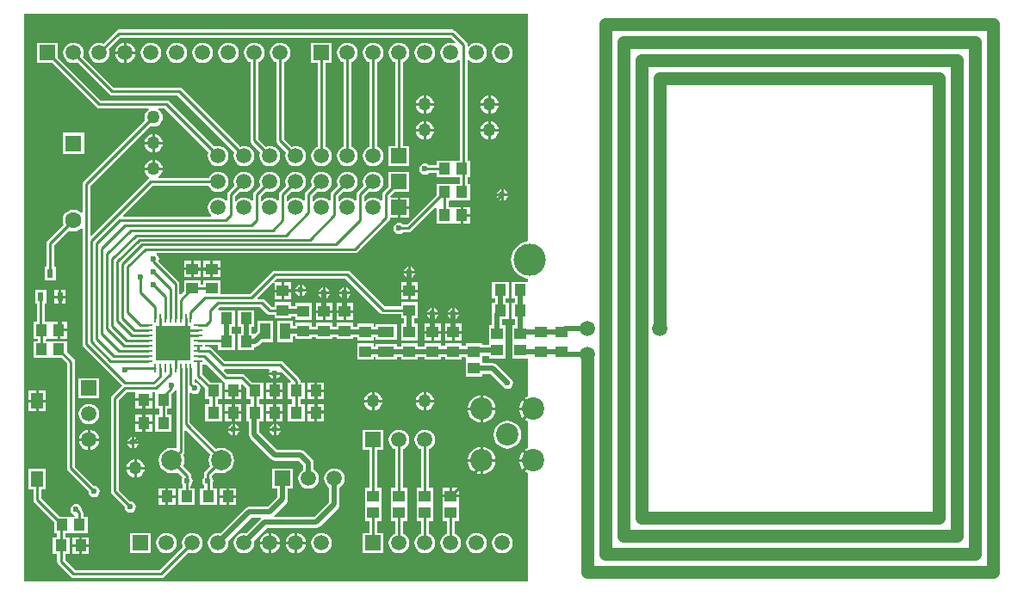
<source format=gtl>
G04 Layer_Physical_Order=1*
G04 Layer_Color=255*
%FSLAX25Y25*%
%MOIN*%
G70*
G01*
G75*
%ADD10R,0.04724X0.05906*%
%ADD11R,0.04400X0.04500*%
%ADD12R,0.02362X0.03543*%
%ADD13R,0.04500X0.04400*%
%ADD14R,0.13583X0.13583*%
%ADD15R,0.01102X0.03347*%
%ADD16R,0.03347X0.01102*%
%ADD17R,0.06457X0.03937*%
%ADD18R,0.03937X0.06457*%
%ADD19C,0.01000*%
%ADD20C,0.02000*%
%ADD21C,0.05000*%
%ADD22C,0.05906*%
%ADD23R,0.05906X0.05906*%
%ADD24C,0.06299*%
%ADD25R,0.06299X0.06299*%
%ADD26C,0.12500*%
%ADD27R,0.05906X0.05906*%
%ADD28C,0.08661*%
%ADD29C,0.07874*%
%ADD30C,0.05000*%
%ADD31C,0.02362*%
%ADD32C,0.01969*%
G36*
X200000Y137034D02*
X199130Y136948D01*
X197763Y136534D01*
X196504Y135860D01*
X195400Y134954D01*
X194494Y133851D01*
X193821Y132591D01*
X193406Y131224D01*
X193266Y129803D01*
X193406Y128382D01*
X193821Y127015D01*
X194494Y125756D01*
X195400Y124652D01*
X196504Y123746D01*
X197763Y123073D01*
X199130Y122658D01*
X200000Y122572D01*
Y121250D01*
X193600D01*
Y114750D01*
X194761D01*
Y113250D01*
X193600D01*
Y106750D01*
X194961D01*
Y104500D01*
X193750D01*
Y98100D01*
X193750D01*
Y97900D01*
X193750D01*
Y91500D01*
X200000D01*
Y76942D01*
X199312Y76656D01*
X198198Y75802D01*
X197344Y74688D01*
X196807Y73392D01*
X196689Y72500D01*
X202000D01*
Y71500D01*
X196689D01*
X196807Y70608D01*
X197344Y69312D01*
X198198Y68198D01*
X199312Y67344D01*
X200000Y67058D01*
Y56941D01*
X199312Y56656D01*
X198198Y55802D01*
X197344Y54688D01*
X196807Y53392D01*
X196689Y52500D01*
X202000D01*
Y51500D01*
X196689D01*
X196807Y50608D01*
X197344Y49312D01*
X198198Y48198D01*
X199312Y47344D01*
X200000Y47058D01*
Y5000D01*
X5000D01*
Y225000D01*
X200000D01*
Y137034D01*
D02*
G37*
%LPC*%
G36*
X170500Y219029D02*
X41500D01*
X40915Y218913D01*
X40419Y218581D01*
X35496Y213659D01*
X35032Y213851D01*
X34000Y213987D01*
X32968Y213851D01*
X32007Y213453D01*
X31181Y212819D01*
X30547Y211993D01*
X30149Y211032D01*
X30013Y210000D01*
X30149Y208968D01*
X30547Y208007D01*
X31181Y207181D01*
X32007Y206547D01*
X32968Y206149D01*
X34000Y206013D01*
X35032Y206149D01*
X35993Y206547D01*
X36819Y207181D01*
X37453Y208007D01*
X37851Y208968D01*
X37987Y210000D01*
X37851Y211032D01*
X37659Y211496D01*
X42134Y215971D01*
X169867D01*
X171737Y214100D01*
X171454Y213676D01*
X171032Y213851D01*
X170000Y213987D01*
X168968Y213851D01*
X168007Y213453D01*
X167181Y212819D01*
X166547Y211993D01*
X166149Y211032D01*
X166013Y210000D01*
X166149Y208968D01*
X166547Y208007D01*
X167181Y207181D01*
X168007Y206547D01*
X168968Y206149D01*
X170000Y206013D01*
X171032Y206149D01*
X171993Y206547D01*
X172819Y207181D01*
X172971Y207378D01*
X173471Y207208D01*
Y168250D01*
X171400D01*
X171100Y168250D01*
X170600Y168250D01*
X164500D01*
Y166529D01*
X161601D01*
X161573Y166572D01*
X160851Y167054D01*
X160000Y167224D01*
X159149Y167054D01*
X158428Y166572D01*
X157946Y165851D01*
X157776Y165000D01*
X157946Y164149D01*
X158428Y163427D01*
X159149Y162945D01*
X160000Y162776D01*
X160851Y162945D01*
X161573Y163427D01*
X161601Y163471D01*
X164500D01*
Y161750D01*
X170600D01*
X170900Y161750D01*
X171400Y161750D01*
X173471D01*
Y159250D01*
X171400D01*
X171100Y159250D01*
X170600Y159250D01*
X164500D01*
Y154963D01*
X153067Y143529D01*
X151601D01*
X151573Y143572D01*
X150851Y144054D01*
X150000Y144224D01*
X149149Y144054D01*
X148427Y143572D01*
X147945Y142851D01*
X147776Y142000D01*
X147945Y141149D01*
X148427Y140427D01*
X149149Y139945D01*
X150000Y139776D01*
X150851Y139945D01*
X151573Y140427D01*
X151601Y140471D01*
X153700D01*
X154285Y140587D01*
X154781Y140919D01*
X164000Y150137D01*
X164500Y149930D01*
X164500Y149917D01*
X164500Y149917D01*
X164500Y149883D01*
Y143750D01*
X170600D01*
X170900Y143750D01*
X171400Y143750D01*
X173800D01*
Y147000D01*
Y150250D01*
X171400D01*
X171100Y150250D01*
X170600Y150250D01*
X169229D01*
Y152396D01*
X169583Y152750D01*
X170900Y152750D01*
X171400Y152750D01*
X177500D01*
Y159250D01*
X176529D01*
Y161750D01*
X177500D01*
Y168250D01*
X176529D01*
Y207208D01*
X177029Y207378D01*
X177181Y207181D01*
X178007Y206547D01*
X178968Y206149D01*
X180000Y206013D01*
X181032Y206149D01*
X181993Y206547D01*
X182819Y207181D01*
X183453Y208007D01*
X183851Y208968D01*
X183987Y210000D01*
X183851Y211032D01*
X183453Y211993D01*
X182819Y212819D01*
X181993Y213453D01*
X181032Y213851D01*
X180000Y213987D01*
X178968Y213851D01*
X178007Y213453D01*
X177181Y212819D01*
X177029Y212622D01*
X176529Y212791D01*
Y213000D01*
X176413Y213585D01*
X176081Y214081D01*
X171581Y218581D01*
X171085Y218913D01*
X170500Y219029D01*
D02*
G37*
G36*
X44500Y213921D02*
Y210500D01*
X47921D01*
X47851Y211032D01*
X47453Y211993D01*
X46819Y212819D01*
X45993Y213453D01*
X45032Y213851D01*
X44500Y213921D01*
D02*
G37*
G36*
X43500D02*
X42968Y213851D01*
X42007Y213453D01*
X41181Y212819D01*
X40547Y211993D01*
X40149Y211032D01*
X40079Y210500D01*
X43500D01*
Y213921D01*
D02*
G37*
G36*
X47921Y209500D02*
X44500D01*
Y206079D01*
X45032Y206149D01*
X45993Y206547D01*
X46819Y207181D01*
X47453Y208007D01*
X47851Y208968D01*
X47921Y209500D01*
D02*
G37*
G36*
X43500D02*
X40079D01*
X40149Y208968D01*
X40547Y208007D01*
X41181Y207181D01*
X42007Y206547D01*
X42968Y206149D01*
X43500Y206079D01*
Y209500D01*
D02*
G37*
G36*
X190000Y213987D02*
X188968Y213851D01*
X188007Y213453D01*
X187181Y212819D01*
X186547Y211993D01*
X186149Y211032D01*
X186013Y210000D01*
X186149Y208968D01*
X186547Y208007D01*
X187181Y207181D01*
X188007Y206547D01*
X188968Y206149D01*
X190000Y206013D01*
X191032Y206149D01*
X191993Y206547D01*
X192819Y207181D01*
X193453Y208007D01*
X193851Y208968D01*
X193987Y210000D01*
X193851Y211032D01*
X193453Y211993D01*
X192819Y212819D01*
X191993Y213453D01*
X191032Y213851D01*
X190000Y213987D01*
D02*
G37*
G36*
X160000D02*
X158968Y213851D01*
X158007Y213453D01*
X157181Y212819D01*
X156547Y211993D01*
X156149Y211032D01*
X156013Y210000D01*
X156149Y208968D01*
X156547Y208007D01*
X157181Y207181D01*
X158007Y206547D01*
X158968Y206149D01*
X160000Y206013D01*
X161032Y206149D01*
X161993Y206547D01*
X162819Y207181D01*
X163453Y208007D01*
X163851Y208968D01*
X163987Y210000D01*
X163851Y211032D01*
X163453Y211993D01*
X162819Y212819D01*
X161993Y213453D01*
X161032Y213851D01*
X160000Y213987D01*
D02*
G37*
G36*
X84000D02*
X82968Y213851D01*
X82007Y213453D01*
X81181Y212819D01*
X80547Y211993D01*
X80149Y211032D01*
X80013Y210000D01*
X80149Y208968D01*
X80547Y208007D01*
X81181Y207181D01*
X82007Y206547D01*
X82968Y206149D01*
X84000Y206013D01*
X85032Y206149D01*
X85993Y206547D01*
X86819Y207181D01*
X87453Y208007D01*
X87851Y208968D01*
X87987Y210000D01*
X87851Y211032D01*
X87453Y211993D01*
X86819Y212819D01*
X85993Y213453D01*
X85032Y213851D01*
X84000Y213987D01*
D02*
G37*
G36*
X74000D02*
X72968Y213851D01*
X72007Y213453D01*
X71181Y212819D01*
X70547Y211993D01*
X70149Y211032D01*
X70013Y210000D01*
X70149Y208968D01*
X70547Y208007D01*
X71181Y207181D01*
X72007Y206547D01*
X72968Y206149D01*
X74000Y206013D01*
X75032Y206149D01*
X75993Y206547D01*
X76819Y207181D01*
X77453Y208007D01*
X77851Y208968D01*
X77987Y210000D01*
X77851Y211032D01*
X77453Y211993D01*
X76819Y212819D01*
X75993Y213453D01*
X75032Y213851D01*
X74000Y213987D01*
D02*
G37*
G36*
X64000D02*
X62968Y213851D01*
X62007Y213453D01*
X61181Y212819D01*
X60547Y211993D01*
X60149Y211032D01*
X60013Y210000D01*
X60149Y208968D01*
X60547Y208007D01*
X61181Y207181D01*
X62007Y206547D01*
X62968Y206149D01*
X64000Y206013D01*
X65032Y206149D01*
X65993Y206547D01*
X66819Y207181D01*
X67453Y208007D01*
X67851Y208968D01*
X67987Y210000D01*
X67851Y211032D01*
X67453Y211993D01*
X66819Y212819D01*
X65993Y213453D01*
X65032Y213851D01*
X64000Y213987D01*
D02*
G37*
G36*
X54000D02*
X52968Y213851D01*
X52007Y213453D01*
X51181Y212819D01*
X50547Y211993D01*
X50149Y211032D01*
X50013Y210000D01*
X50149Y208968D01*
X50547Y208007D01*
X51181Y207181D01*
X52007Y206547D01*
X52968Y206149D01*
X54000Y206013D01*
X55032Y206149D01*
X55993Y206547D01*
X56819Y207181D01*
X57453Y208007D01*
X57851Y208968D01*
X57987Y210000D01*
X57851Y211032D01*
X57453Y211993D01*
X56819Y212819D01*
X55993Y213453D01*
X55032Y213851D01*
X54000Y213987D01*
D02*
G37*
G36*
X185500Y193464D02*
Y190500D01*
X188464D01*
X188410Y190914D01*
X188057Y191765D01*
X187496Y192496D01*
X186765Y193057D01*
X185914Y193410D01*
X185500Y193464D01*
D02*
G37*
G36*
X184500D02*
X184086Y193410D01*
X183235Y193057D01*
X182504Y192496D01*
X181943Y191765D01*
X181590Y190914D01*
X181536Y190500D01*
X184500D01*
Y193464D01*
D02*
G37*
G36*
X160500D02*
Y190500D01*
X163464D01*
X163410Y190914D01*
X163057Y191765D01*
X162496Y192496D01*
X161765Y193057D01*
X160914Y193410D01*
X160500Y193464D01*
D02*
G37*
G36*
X159500D02*
X159086Y193410D01*
X158235Y193057D01*
X157504Y192496D01*
X156943Y191765D01*
X156590Y190914D01*
X156536Y190500D01*
X159500D01*
Y193464D01*
D02*
G37*
G36*
X188464Y189500D02*
X185500D01*
Y186536D01*
X185914Y186590D01*
X186765Y186943D01*
X187496Y187504D01*
X188057Y188235D01*
X188410Y189086D01*
X188464Y189500D01*
D02*
G37*
G36*
X184500D02*
X181536D01*
X181590Y189086D01*
X181943Y188235D01*
X182504Y187504D01*
X183235Y186943D01*
X184086Y186590D01*
X184500Y186536D01*
Y189500D01*
D02*
G37*
G36*
X163464D02*
X160500D01*
Y186536D01*
X160914Y186590D01*
X161765Y186943D01*
X162496Y187504D01*
X163057Y188235D01*
X163410Y189086D01*
X163464Y189500D01*
D02*
G37*
G36*
X159500D02*
X156536D01*
X156590Y189086D01*
X156943Y188235D01*
X157504Y187504D01*
X158235Y186943D01*
X159086Y186590D01*
X159500Y186536D01*
Y189500D01*
D02*
G37*
G36*
X185500Y183464D02*
Y180500D01*
X188464D01*
X188410Y180914D01*
X188057Y181765D01*
X187496Y182496D01*
X186765Y183057D01*
X185914Y183410D01*
X185500Y183464D01*
D02*
G37*
G36*
X184500D02*
X184086Y183410D01*
X183235Y183057D01*
X182504Y182496D01*
X181943Y181765D01*
X181590Y180914D01*
X181536Y180500D01*
X184500D01*
Y183464D01*
D02*
G37*
G36*
X160500D02*
Y180500D01*
X163464D01*
X163410Y180914D01*
X163057Y181765D01*
X162496Y182496D01*
X161765Y183057D01*
X160914Y183410D01*
X160500Y183464D01*
D02*
G37*
G36*
X159500D02*
X159086Y183410D01*
X158235Y183057D01*
X157504Y182496D01*
X156943Y181765D01*
X156590Y180914D01*
X156536Y180500D01*
X159500D01*
Y183464D01*
D02*
G37*
G36*
X188464Y179500D02*
X185500D01*
Y176536D01*
X185914Y176590D01*
X186765Y176943D01*
X187496Y177504D01*
X188057Y178235D01*
X188410Y179086D01*
X188464Y179500D01*
D02*
G37*
G36*
X184500D02*
X181536D01*
X181590Y179086D01*
X181943Y178235D01*
X182504Y177504D01*
X183235Y176943D01*
X184086Y176590D01*
X184500Y176536D01*
Y179500D01*
D02*
G37*
G36*
X163464D02*
X160500D01*
Y176536D01*
X160914Y176590D01*
X161765Y176943D01*
X162496Y177504D01*
X163057Y178235D01*
X163410Y179086D01*
X163464Y179500D01*
D02*
G37*
G36*
X159500D02*
X156536D01*
X156590Y179086D01*
X156943Y178235D01*
X157504Y177504D01*
X158235Y176943D01*
X159086Y176590D01*
X159500Y176536D01*
Y179500D01*
D02*
G37*
G36*
X55500Y178464D02*
Y175500D01*
X58464D01*
X58410Y175914D01*
X58057Y176765D01*
X57496Y177496D01*
X56765Y178057D01*
X55914Y178410D01*
X55500Y178464D01*
D02*
G37*
G36*
X54500D02*
X54086Y178410D01*
X53235Y178057D01*
X52504Y177496D01*
X51943Y176765D01*
X51590Y175914D01*
X51536Y175500D01*
X54500D01*
Y178464D01*
D02*
G37*
G36*
X58464Y174500D02*
X55500D01*
Y171536D01*
X55914Y171590D01*
X56765Y171943D01*
X57496Y172504D01*
X58057Y173235D01*
X58410Y174086D01*
X58464Y174500D01*
D02*
G37*
G36*
X54500D02*
X51536D01*
X51590Y174086D01*
X51943Y173235D01*
X52504Y172504D01*
X53235Y171943D01*
X54086Y171590D01*
X54500Y171536D01*
Y174500D01*
D02*
G37*
G36*
X28150Y179110D02*
X19850D01*
Y170811D01*
X28150D01*
Y179110D01*
D02*
G37*
G36*
X150000Y213987D02*
X148968Y213851D01*
X148007Y213453D01*
X147181Y212819D01*
X146547Y211993D01*
X146149Y211032D01*
X146013Y210000D01*
X146149Y208968D01*
X146547Y208007D01*
X147181Y207181D01*
X148007Y206547D01*
X148471Y206355D01*
Y173953D01*
X146047D01*
Y166047D01*
X153953D01*
Y173953D01*
X151529D01*
Y206355D01*
X151993Y206547D01*
X152819Y207181D01*
X153453Y208007D01*
X153851Y208968D01*
X153987Y210000D01*
X153851Y211032D01*
X153453Y211993D01*
X152819Y212819D01*
X151993Y213453D01*
X151032Y213851D01*
X150000Y213987D01*
D02*
G37*
G36*
X140000D02*
X138968Y213851D01*
X138007Y213453D01*
X137181Y212819D01*
X136547Y211993D01*
X136149Y211032D01*
X136013Y210000D01*
X136149Y208968D01*
X136547Y208007D01*
X137181Y207181D01*
X138007Y206547D01*
X138471Y206355D01*
Y173645D01*
X138007Y173453D01*
X137181Y172819D01*
X136547Y171993D01*
X136149Y171032D01*
X136013Y170000D01*
X136149Y168968D01*
X136547Y168007D01*
X137181Y167181D01*
X138007Y166547D01*
X138968Y166149D01*
X140000Y166013D01*
X141032Y166149D01*
X141993Y166547D01*
X142819Y167181D01*
X143453Y168007D01*
X143851Y168968D01*
X143987Y170000D01*
X143851Y171032D01*
X143453Y171993D01*
X142819Y172819D01*
X141993Y173453D01*
X141529Y173645D01*
Y206355D01*
X141993Y206547D01*
X142819Y207181D01*
X143453Y208007D01*
X143851Y208968D01*
X143987Y210000D01*
X143851Y211032D01*
X143453Y211993D01*
X142819Y212819D01*
X141993Y213453D01*
X141032Y213851D01*
X140000Y213987D01*
D02*
G37*
G36*
X130000D02*
X128968Y213851D01*
X128007Y213453D01*
X127181Y212819D01*
X126547Y211993D01*
X126149Y211032D01*
X126013Y210000D01*
X126149Y208968D01*
X126547Y208007D01*
X127181Y207181D01*
X128007Y206547D01*
X128471Y206355D01*
Y173645D01*
X128007Y173453D01*
X127181Y172819D01*
X126547Y171993D01*
X126149Y171032D01*
X126013Y170000D01*
X126149Y168968D01*
X126547Y168007D01*
X127181Y167181D01*
X128007Y166547D01*
X128968Y166149D01*
X130000Y166013D01*
X131032Y166149D01*
X131993Y166547D01*
X132819Y167181D01*
X133453Y168007D01*
X133851Y168968D01*
X133987Y170000D01*
X133851Y171032D01*
X133453Y171993D01*
X132819Y172819D01*
X131993Y173453D01*
X131529Y173645D01*
Y206355D01*
X131993Y206547D01*
X132819Y207181D01*
X133453Y208007D01*
X133851Y208968D01*
X133987Y210000D01*
X133851Y211032D01*
X133453Y211993D01*
X132819Y212819D01*
X131993Y213453D01*
X131032Y213851D01*
X130000Y213987D01*
D02*
G37*
G36*
X123953Y213953D02*
X116047D01*
Y206047D01*
X118471D01*
Y173645D01*
X118007Y173453D01*
X117181Y172819D01*
X116547Y171993D01*
X116149Y171032D01*
X116013Y170000D01*
X116149Y168968D01*
X116547Y168007D01*
X117181Y167181D01*
X118007Y166547D01*
X118968Y166149D01*
X120000Y166013D01*
X121032Y166149D01*
X121993Y166547D01*
X122819Y167181D01*
X123453Y168007D01*
X123851Y168968D01*
X123987Y170000D01*
X123851Y171032D01*
X123453Y171993D01*
X122819Y172819D01*
X121993Y173453D01*
X121529Y173645D01*
Y206047D01*
X123953D01*
Y213953D01*
D02*
G37*
G36*
X104000Y213987D02*
X102968Y213851D01*
X102007Y213453D01*
X101181Y212819D01*
X100547Y211993D01*
X100149Y211032D01*
X100013Y210000D01*
X100149Y208968D01*
X100547Y208007D01*
X101181Y207181D01*
X102007Y206547D01*
X102471Y206355D01*
Y176000D01*
X102587Y175415D01*
X102919Y174919D01*
X106341Y171496D01*
X106149Y171032D01*
X106013Y170000D01*
X106149Y168968D01*
X106547Y168007D01*
X107181Y167181D01*
X108007Y166547D01*
X108968Y166149D01*
X110000Y166013D01*
X111032Y166149D01*
X111993Y166547D01*
X112819Y167181D01*
X113453Y168007D01*
X113851Y168968D01*
X113987Y170000D01*
X113851Y171032D01*
X113453Y171993D01*
X112819Y172819D01*
X111993Y173453D01*
X111032Y173851D01*
X110000Y173987D01*
X108968Y173851D01*
X108504Y173659D01*
X105529Y176634D01*
Y206355D01*
X105993Y206547D01*
X106819Y207181D01*
X107453Y208007D01*
X107851Y208968D01*
X107987Y210000D01*
X107851Y211032D01*
X107453Y211993D01*
X106819Y212819D01*
X105993Y213453D01*
X105032Y213851D01*
X104000Y213987D01*
D02*
G37*
G36*
X94000D02*
X92968Y213851D01*
X92007Y213453D01*
X91181Y212819D01*
X90547Y211993D01*
X90149Y211032D01*
X90013Y210000D01*
X90149Y208968D01*
X90547Y208007D01*
X91181Y207181D01*
X92007Y206547D01*
X92471Y206355D01*
Y176000D01*
X92587Y175415D01*
X92919Y174919D01*
X96341Y171496D01*
X96149Y171032D01*
X96013Y170000D01*
X96149Y168968D01*
X96547Y168007D01*
X97181Y167181D01*
X98007Y166547D01*
X98968Y166149D01*
X100000Y166013D01*
X101032Y166149D01*
X101993Y166547D01*
X102819Y167181D01*
X103453Y168007D01*
X103851Y168968D01*
X103987Y170000D01*
X103851Y171032D01*
X103453Y171993D01*
X102819Y172819D01*
X101993Y173453D01*
X101032Y173851D01*
X100000Y173987D01*
X98968Y173851D01*
X98504Y173659D01*
X95529Y176634D01*
Y206355D01*
X95993Y206547D01*
X96819Y207181D01*
X97453Y208007D01*
X97851Y208968D01*
X97987Y210000D01*
X97851Y211032D01*
X97453Y211993D01*
X96819Y212819D01*
X95993Y213453D01*
X95032Y213851D01*
X94000Y213987D01*
D02*
G37*
G36*
X24000D02*
X22968Y213851D01*
X22007Y213453D01*
X21181Y212819D01*
X20547Y211993D01*
X20149Y211032D01*
X20013Y210000D01*
X20149Y208968D01*
X20547Y208007D01*
X21181Y207181D01*
X22007Y206547D01*
X22968Y206149D01*
X24000Y206013D01*
X25032Y206149D01*
X25496Y206341D01*
X37919Y193919D01*
X38415Y193587D01*
X39000Y193471D01*
X64367D01*
X86341Y171496D01*
X86149Y171032D01*
X86013Y170000D01*
X86149Y168968D01*
X86547Y168007D01*
X87181Y167181D01*
X88007Y166547D01*
X88968Y166149D01*
X90000Y166013D01*
X91032Y166149D01*
X91993Y166547D01*
X92819Y167181D01*
X93453Y168007D01*
X93851Y168968D01*
X93987Y170000D01*
X93851Y171032D01*
X93453Y171993D01*
X92819Y172819D01*
X91993Y173453D01*
X91032Y173851D01*
X90000Y173987D01*
X88968Y173851D01*
X88504Y173659D01*
X66081Y196081D01*
X65585Y196413D01*
X65000Y196529D01*
X39634D01*
X27659Y208504D01*
X27851Y208968D01*
X27987Y210000D01*
X27851Y211032D01*
X27453Y211993D01*
X26819Y212819D01*
X25993Y213453D01*
X25032Y213851D01*
X24000Y213987D01*
D02*
G37*
G36*
X17953Y213953D02*
X10047D01*
Y206047D01*
X15790D01*
X32919Y188919D01*
X33415Y188587D01*
X34000Y188471D01*
X52993D01*
X53122Y187971D01*
X52504Y187496D01*
X51943Y186765D01*
X51590Y185914D01*
X51470Y185000D01*
X51590Y184086D01*
X51688Y183851D01*
X27919Y160081D01*
X27587Y159585D01*
X27471Y159000D01*
Y148111D01*
X26997Y147950D01*
X26959Y147999D01*
X26093Y148664D01*
X25083Y149082D01*
X24000Y149225D01*
X22917Y149082D01*
X21907Y148664D01*
X21041Y147999D01*
X20375Y147132D01*
X19957Y146123D01*
X19815Y145039D01*
X19957Y143956D01*
X20190Y143393D01*
X13919Y137121D01*
X13587Y136625D01*
X13471Y136039D01*
Y127299D01*
X12819D01*
Y121756D01*
X17181D01*
Y127299D01*
X16529D01*
Y135406D01*
X22353Y141230D01*
X22917Y140997D01*
X24000Y140854D01*
X25083Y140997D01*
X26093Y141415D01*
X26959Y142080D01*
X26997Y142129D01*
X27471Y141968D01*
Y97000D01*
X27587Y96415D01*
X27919Y95919D01*
X42837Y81000D01*
X38919Y77081D01*
X38587Y76585D01*
X38471Y76000D01*
Y40000D01*
X38587Y39415D01*
X38919Y38919D01*
X43786Y34051D01*
X43776Y34000D01*
X43945Y33149D01*
X44427Y32427D01*
X45149Y31945D01*
X46000Y31776D01*
X46851Y31945D01*
X47572Y32427D01*
X48055Y33149D01*
X48224Y34000D01*
X48055Y34851D01*
X47572Y35572D01*
X46851Y36055D01*
X46000Y36224D01*
X45949Y36214D01*
X41529Y40633D01*
Y75366D01*
X44633Y78471D01*
X48000D01*
Y76000D01*
X51200D01*
X54400D01*
Y78471D01*
X55600D01*
Y72250D01*
X57271D01*
Y69750D01*
X55600D01*
Y63250D01*
X62000D01*
Y69750D01*
X60329D01*
Y72250D01*
X62000D01*
Y77837D01*
X63081Y78919D01*
X63300Y79245D01*
X63471Y79359D01*
X63971Y79192D01*
Y56977D01*
X63555Y56700D01*
X63289Y56810D01*
X62000Y56980D01*
X60711Y56810D01*
X59510Y56313D01*
X58479Y55521D01*
X57687Y54490D01*
X57190Y53289D01*
X57020Y52000D01*
X57190Y50711D01*
X57687Y49510D01*
X58479Y48479D01*
X59510Y47688D01*
X60711Y47190D01*
X62000Y47020D01*
X63289Y47190D01*
X64249Y47588D01*
X66362Y45475D01*
X65946Y44851D01*
X65776Y44000D01*
X65946Y43149D01*
X66271Y42662D01*
Y41250D01*
X64600D01*
Y34750D01*
X71000D01*
Y41250D01*
X69329D01*
Y42265D01*
X69573Y42428D01*
X70055Y43149D01*
X70224Y44000D01*
X70055Y44851D01*
X69573Y45573D01*
X69529Y45601D01*
Y46000D01*
X69413Y46585D01*
X69081Y47081D01*
X66412Y49751D01*
X66810Y50711D01*
X66980Y52000D01*
X66810Y53289D01*
X66412Y54249D01*
X66581Y54419D01*
X66913Y54915D01*
X67029Y55500D01*
Y63654D01*
X67491Y63846D01*
X76885Y54453D01*
X76403Y53289D01*
X76233Y52000D01*
X76403Y50711D01*
X76801Y49751D01*
X74919Y47869D01*
X74587Y47373D01*
X74471Y46787D01*
Y45601D01*
X74427Y45573D01*
X73945Y44851D01*
X73776Y44000D01*
X73945Y43149D01*
X74427Y42428D01*
X74671Y42265D01*
Y41250D01*
X73000D01*
Y34750D01*
X79400D01*
Y41250D01*
X77729D01*
Y42662D01*
X78054Y43149D01*
X78224Y44000D01*
X78054Y44851D01*
X77573Y45573D01*
X77529Y45601D01*
Y46154D01*
X78963Y47588D01*
X79924Y47190D01*
X81213Y47020D01*
X82501Y47190D01*
X83702Y47688D01*
X84734Y48479D01*
X85525Y49510D01*
X86023Y50711D01*
X86192Y52000D01*
X86023Y53289D01*
X85525Y54490D01*
X84734Y55521D01*
X83702Y56313D01*
X82501Y56810D01*
X81213Y56980D01*
X79924Y56810D01*
X79167Y56496D01*
X68951Y66712D01*
Y78283D01*
X69223Y78365D01*
X69451Y78412D01*
X70149Y77946D01*
X71000Y77776D01*
X71851Y77946D01*
X72572Y78427D01*
X73054Y79149D01*
X73224Y80000D01*
X73054Y80851D01*
X72572Y81573D01*
X71851Y82055D01*
X71000Y82224D01*
X70919Y82711D01*
Y83411D01*
X71419Y83618D01*
X75000Y80037D01*
Y75750D01*
X76671D01*
Y73750D01*
X75000D01*
Y67250D01*
X81400D01*
Y73750D01*
X79729D01*
Y75750D01*
X81400D01*
Y82250D01*
X77113D01*
X73773Y85589D01*
Y89059D01*
X74917D01*
Y89267D01*
X75379Y89458D01*
X81919Y82919D01*
X82335Y82640D01*
X82600Y82250D01*
Y79500D01*
X85800D01*
X89000D01*
Y81384D01*
X89462Y81575D01*
X91000Y80037D01*
Y75750D01*
X92671D01*
Y73750D01*
X91000D01*
Y67250D01*
X91961D01*
Y62000D01*
X92116Y61220D01*
X92558Y60558D01*
X100558Y52558D01*
X101220Y52116D01*
X102000Y51961D01*
X111155D01*
X112961Y50155D01*
Y48418D01*
X112181Y47819D01*
X111547Y46993D01*
X111149Y46032D01*
X111013Y45000D01*
X111149Y43968D01*
X111547Y43007D01*
X112181Y42181D01*
X113007Y41547D01*
X113968Y41149D01*
X115000Y41013D01*
X116032Y41149D01*
X116993Y41547D01*
X117819Y42181D01*
X118453Y43007D01*
X118851Y43968D01*
X118987Y45000D01*
X118851Y46032D01*
X118453Y46993D01*
X117819Y47819D01*
X117039Y48418D01*
Y51000D01*
X116884Y51780D01*
X116442Y52442D01*
X113442Y55442D01*
X112780Y55884D01*
X112000Y56039D01*
X102845D01*
X96039Y62845D01*
Y67250D01*
X97400D01*
Y73750D01*
X95729D01*
Y75750D01*
X97400D01*
Y82250D01*
X93113D01*
X90281Y85081D01*
X89785Y85413D01*
X89200Y85529D01*
X83634D01*
X82192Y86971D01*
X82399Y87471D01*
X99675D01*
X99943Y86971D01*
X99746Y86675D01*
X99676Y86324D01*
X104231D01*
X104415Y86422D01*
X108125Y82712D01*
X107934Y82250D01*
X107000D01*
Y75750D01*
X108671D01*
Y73750D01*
X107000D01*
Y67250D01*
X113400D01*
Y73750D01*
X111729D01*
Y75750D01*
X113400D01*
Y82250D01*
X111729D01*
Y82800D01*
X111613Y83385D01*
X111281Y83881D01*
X105081Y90081D01*
X104585Y90413D01*
X104000Y90529D01*
X82634D01*
X77534Y95629D01*
X77038Y95960D01*
X76453Y96077D01*
X74917D01*
Y96955D01*
X80000D01*
Y94750D01*
X86400D01*
Y101250D01*
X85239D01*
Y103750D01*
X86400D01*
Y110250D01*
X80484D01*
X80259Y110250D01*
X79918Y110666D01*
X79925Y110762D01*
X80633Y111471D01*
X96367D01*
X98919Y108919D01*
X99415Y108587D01*
X100000Y108471D01*
X101750D01*
Y107000D01*
X108250D01*
Y107761D01*
X109750D01*
Y106600D01*
X116250D01*
Y113000D01*
X109750D01*
Y111839D01*
X108250D01*
Y113400D01*
X101750D01*
Y111529D01*
X100634D01*
X98081Y114081D01*
X97585Y114413D01*
X97000Y114529D01*
X95346D01*
X95154Y114991D01*
X101312Y121149D01*
X101750Y120880D01*
X101750Y120550D01*
Y118300D01*
X104500D01*
Y121000D01*
X102234D01*
X101870Y121000D01*
X101601Y121438D01*
X102634Y122471D01*
X129367D01*
X142719Y109119D01*
X143215Y108787D01*
X143800Y108671D01*
X150750D01*
Y107000D01*
X151961D01*
Y105000D01*
X150750D01*
Y98600D01*
X157250D01*
Y105000D01*
X156039D01*
Y107000D01*
X157250D01*
Y113400D01*
X150750D01*
Y111729D01*
X144433D01*
X131081Y125081D01*
X130585Y125413D01*
X130000Y125529D01*
X102000D01*
X101415Y125413D01*
X100919Y125081D01*
X92366Y116529D01*
X80750D01*
Y121900D01*
X74250D01*
Y120229D01*
X73250D01*
Y121900D01*
X66750D01*
Y117613D01*
X65476Y116339D01*
X65014Y116530D01*
Y120516D01*
X64897Y121101D01*
X64566Y121597D01*
X57038Y129125D01*
X57055Y129149D01*
X57224Y130000D01*
X57055Y130851D01*
X56573Y131572D01*
X56126Y131871D01*
X56278Y132371D01*
X132900D01*
X133485Y132487D01*
X133981Y132819D01*
X146081Y144919D01*
X146413Y145415D01*
X146529Y146000D01*
Y146047D01*
X149500D01*
Y150000D01*
Y153953D01*
X146738D01*
X146616Y154453D01*
X148210Y156047D01*
X153953D01*
Y163953D01*
X146047D01*
Y158210D01*
X143919Y156081D01*
X143587Y155585D01*
X143471Y155000D01*
Y152792D01*
X142971Y152622D01*
X142819Y152819D01*
X141993Y153453D01*
X141032Y153851D01*
X140000Y153987D01*
X138968Y153851D01*
X138007Y153453D01*
X137181Y152819D01*
X137029Y152622D01*
X136529Y152792D01*
Y154367D01*
X138504Y156341D01*
X138968Y156149D01*
X140000Y156013D01*
X141032Y156149D01*
X141993Y156547D01*
X142819Y157181D01*
X143453Y158007D01*
X143851Y158968D01*
X143987Y160000D01*
X143851Y161032D01*
X143453Y161993D01*
X142819Y162819D01*
X141993Y163453D01*
X141032Y163851D01*
X140000Y163987D01*
X138968Y163851D01*
X138007Y163453D01*
X137181Y162819D01*
X136547Y161993D01*
X136149Y161032D01*
X136013Y160000D01*
X136149Y158968D01*
X136341Y158504D01*
X133919Y156081D01*
X133587Y155585D01*
X133471Y155000D01*
Y152792D01*
X132971Y152622D01*
X132819Y152819D01*
X131993Y153453D01*
X131032Y153851D01*
X130000Y153987D01*
X128968Y153851D01*
X128007Y153453D01*
X127181Y152819D01*
X127029Y152622D01*
X126529Y152792D01*
Y154367D01*
X128504Y156341D01*
X128968Y156149D01*
X130000Y156013D01*
X131032Y156149D01*
X131993Y156547D01*
X132819Y157181D01*
X133453Y158007D01*
X133851Y158968D01*
X133987Y160000D01*
X133851Y161032D01*
X133453Y161993D01*
X132819Y162819D01*
X131993Y163453D01*
X131032Y163851D01*
X130000Y163987D01*
X128968Y163851D01*
X128007Y163453D01*
X127181Y162819D01*
X126547Y161993D01*
X126149Y161032D01*
X126013Y160000D01*
X126149Y158968D01*
X126341Y158504D01*
X123919Y156081D01*
X123587Y155585D01*
X123471Y155000D01*
Y152792D01*
X122971Y152622D01*
X122819Y152819D01*
X121993Y153453D01*
X121032Y153851D01*
X120000Y153987D01*
X118968Y153851D01*
X118007Y153453D01*
X117181Y152819D01*
X117029Y152622D01*
X116529Y152792D01*
Y154367D01*
X118504Y156341D01*
X118968Y156149D01*
X120000Y156013D01*
X121032Y156149D01*
X121993Y156547D01*
X122819Y157181D01*
X123453Y158007D01*
X123851Y158968D01*
X123987Y160000D01*
X123851Y161032D01*
X123453Y161993D01*
X122819Y162819D01*
X121993Y163453D01*
X121032Y163851D01*
X120000Y163987D01*
X118968Y163851D01*
X118007Y163453D01*
X117181Y162819D01*
X116547Y161993D01*
X116149Y161032D01*
X116013Y160000D01*
X116149Y158968D01*
X116341Y158504D01*
X113919Y156081D01*
X113587Y155585D01*
X113471Y155000D01*
Y152792D01*
X112971Y152622D01*
X112819Y152819D01*
X111993Y153453D01*
X111032Y153851D01*
X110000Y153987D01*
X108968Y153851D01*
X108007Y153453D01*
X107181Y152819D01*
X107029Y152622D01*
X106529Y152792D01*
Y154367D01*
X108504Y156341D01*
X108968Y156149D01*
X110000Y156013D01*
X111032Y156149D01*
X111993Y156547D01*
X112819Y157181D01*
X113453Y158007D01*
X113851Y158968D01*
X113987Y160000D01*
X113851Y161032D01*
X113453Y161993D01*
X112819Y162819D01*
X111993Y163453D01*
X111032Y163851D01*
X110000Y163987D01*
X108968Y163851D01*
X108007Y163453D01*
X107181Y162819D01*
X106547Y161993D01*
X106149Y161032D01*
X106013Y160000D01*
X106149Y158968D01*
X106341Y158504D01*
X103919Y156081D01*
X103587Y155585D01*
X103471Y155000D01*
Y152792D01*
X102971Y152622D01*
X102819Y152819D01*
X101993Y153453D01*
X101032Y153851D01*
X100000Y153987D01*
X98968Y153851D01*
X98007Y153453D01*
X97181Y152819D01*
X97029Y152622D01*
X96529Y152792D01*
Y154367D01*
X98504Y156341D01*
X98968Y156149D01*
X100000Y156013D01*
X101032Y156149D01*
X101993Y156547D01*
X102819Y157181D01*
X103453Y158007D01*
X103851Y158968D01*
X103987Y160000D01*
X103851Y161032D01*
X103453Y161993D01*
X102819Y162819D01*
X101993Y163453D01*
X101032Y163851D01*
X100000Y163987D01*
X98968Y163851D01*
X98007Y163453D01*
X97181Y162819D01*
X96547Y161993D01*
X96149Y161032D01*
X96013Y160000D01*
X96149Y158968D01*
X96341Y158504D01*
X93919Y156081D01*
X93587Y155585D01*
X93471Y155000D01*
Y152792D01*
X92971Y152622D01*
X92819Y152819D01*
X91993Y153453D01*
X91032Y153851D01*
X90000Y153987D01*
X88968Y153851D01*
X88007Y153453D01*
X87181Y152819D01*
X87029Y152622D01*
X86529Y152792D01*
Y154367D01*
X88504Y156341D01*
X88968Y156149D01*
X90000Y156013D01*
X91032Y156149D01*
X91993Y156547D01*
X92819Y157181D01*
X93453Y158007D01*
X93851Y158968D01*
X93987Y160000D01*
X93851Y161032D01*
X93453Y161993D01*
X92819Y162819D01*
X91993Y163453D01*
X91032Y163851D01*
X90000Y163987D01*
X88968Y163851D01*
X88007Y163453D01*
X87181Y162819D01*
X86547Y161993D01*
X86149Y161032D01*
X86013Y160000D01*
X86149Y158968D01*
X86341Y158504D01*
X83919Y156081D01*
X83587Y155585D01*
X83471Y155000D01*
Y152792D01*
X82971Y152622D01*
X82819Y152819D01*
X81993Y153453D01*
X81032Y153851D01*
X80000Y153987D01*
X78968Y153851D01*
X78007Y153453D01*
X77181Y152819D01*
X76547Y151993D01*
X76149Y151032D01*
X76013Y150000D01*
X76149Y148968D01*
X76547Y148007D01*
X77181Y147181D01*
X77378Y147029D01*
X77209Y146529D01*
X43346D01*
X43154Y146991D01*
X54633Y158471D01*
X76355D01*
X76547Y158007D01*
X77181Y157181D01*
X78007Y156547D01*
X78968Y156149D01*
X80000Y156013D01*
X81032Y156149D01*
X81993Y156547D01*
X82819Y157181D01*
X83453Y158007D01*
X83851Y158968D01*
X83987Y160000D01*
X83851Y161032D01*
X83453Y161993D01*
X82819Y162819D01*
X81993Y163453D01*
X81032Y163851D01*
X80000Y163987D01*
X78968Y163851D01*
X78007Y163453D01*
X77181Y162819D01*
X76547Y161993D01*
X76355Y161529D01*
X57007D01*
X56878Y162029D01*
X57496Y162504D01*
X58057Y163235D01*
X58410Y164086D01*
X58464Y164500D01*
X51536D01*
X51590Y164086D01*
X51943Y163235D01*
X52504Y162504D01*
X53235Y161943D01*
X53326Y161905D01*
X53368Y161673D01*
X53335Y161360D01*
X52919Y161081D01*
X30991Y139154D01*
X30529Y139346D01*
Y158367D01*
X53851Y181688D01*
X54086Y181590D01*
X55000Y181470D01*
X55914Y181590D01*
X56765Y181943D01*
X57496Y182504D01*
X58057Y183235D01*
X58410Y184086D01*
X58530Y185000D01*
X58410Y185914D01*
X58057Y186765D01*
X57496Y187496D01*
X56878Y187971D01*
X57007Y188471D01*
X59367D01*
X76341Y171496D01*
X76149Y171032D01*
X76013Y170000D01*
X76149Y168968D01*
X76547Y168007D01*
X77181Y167181D01*
X78007Y166547D01*
X78968Y166149D01*
X80000Y166013D01*
X81032Y166149D01*
X81993Y166547D01*
X82819Y167181D01*
X83453Y168007D01*
X83851Y168968D01*
X83987Y170000D01*
X83851Y171032D01*
X83453Y171993D01*
X82819Y172819D01*
X81993Y173453D01*
X81032Y173851D01*
X80000Y173987D01*
X78968Y173851D01*
X78504Y173659D01*
X61081Y191081D01*
X60585Y191413D01*
X60000Y191529D01*
X34633D01*
X17953Y208210D01*
Y213953D01*
D02*
G37*
G36*
X55500Y168464D02*
Y165500D01*
X58464D01*
X58410Y165914D01*
X58057Y166765D01*
X57496Y167496D01*
X56765Y168057D01*
X55914Y168410D01*
X55500Y168464D01*
D02*
G37*
G36*
X54500D02*
X54086Y168410D01*
X53235Y168057D01*
X52504Y167496D01*
X51943Y166765D01*
X51590Y165914D01*
X51536Y165500D01*
X54500D01*
Y168464D01*
D02*
G37*
G36*
X190500Y157124D02*
Y155500D01*
X192124D01*
X192054Y155851D01*
X191572Y156572D01*
X190851Y157054D01*
X190500Y157124D01*
D02*
G37*
G36*
X189500D02*
X189149Y157054D01*
X188427Y156572D01*
X187945Y155851D01*
X187876Y155500D01*
X189500D01*
Y157124D01*
D02*
G37*
G36*
X192124Y154500D02*
X190500D01*
Y152876D01*
X190851Y152945D01*
X191572Y153428D01*
X192054Y154149D01*
X192124Y154500D01*
D02*
G37*
G36*
X189500D02*
X187876D01*
X187945Y154149D01*
X188427Y153428D01*
X189149Y152945D01*
X189500Y152876D01*
Y154500D01*
D02*
G37*
G36*
X153953Y153953D02*
X150500D01*
Y150500D01*
X153953D01*
Y153953D01*
D02*
G37*
G36*
X174800Y150250D02*
Y147500D01*
X177500D01*
Y150250D01*
X174800D01*
D02*
G37*
G36*
X153953Y149500D02*
X150500D01*
Y146047D01*
X153953D01*
Y149500D01*
D02*
G37*
G36*
X177500Y146500D02*
X174800D01*
Y143750D01*
X177500D01*
Y146500D01*
D02*
G37*
G36*
X80750Y129500D02*
X78000D01*
Y126800D01*
X80750D01*
Y129500D01*
D02*
G37*
G36*
X77000D02*
X74250D01*
Y126800D01*
X77000D01*
Y129500D01*
D02*
G37*
G36*
X73250D02*
X70500D01*
Y126800D01*
X73250D01*
Y129500D01*
D02*
G37*
G36*
X69500D02*
X66750D01*
Y126800D01*
X69500D01*
Y129500D01*
D02*
G37*
G36*
X154500Y127124D02*
Y125500D01*
X156124D01*
X156054Y125851D01*
X155572Y126573D01*
X154851Y127055D01*
X154500Y127124D01*
D02*
G37*
G36*
X153500D02*
X153149Y127055D01*
X152427Y126573D01*
X151945Y125851D01*
X151876Y125500D01*
X153500D01*
Y127124D01*
D02*
G37*
G36*
X80750Y125800D02*
X78000D01*
Y123100D01*
X80750D01*
Y125800D01*
D02*
G37*
G36*
X77000D02*
X74250D01*
Y123100D01*
X77000D01*
Y125800D01*
D02*
G37*
G36*
X73250D02*
X70500D01*
Y123100D01*
X73250D01*
Y125800D01*
D02*
G37*
G36*
X69500D02*
X66750D01*
Y123100D01*
X69500D01*
Y125800D01*
D02*
G37*
G36*
X156124Y124500D02*
X154500D01*
Y122876D01*
X154851Y122945D01*
X155572Y123427D01*
X156054Y124149D01*
X156124Y124500D01*
D02*
G37*
G36*
X153500D02*
X151876D01*
X151945Y124149D01*
X152427Y123427D01*
X153149Y122945D01*
X153500Y122876D01*
Y124500D01*
D02*
G37*
G36*
X112500Y120124D02*
Y118500D01*
X114124D01*
X114055Y118851D01*
X113573Y119572D01*
X112851Y120054D01*
X112500Y120124D01*
D02*
G37*
G36*
X111500D02*
X111149Y120054D01*
X110427Y119572D01*
X109945Y118851D01*
X109876Y118500D01*
X111500D01*
Y120124D01*
D02*
G37*
G36*
X157250Y121000D02*
X154500D01*
Y118300D01*
X157250D01*
Y121000D01*
D02*
G37*
G36*
X153500D02*
X150750D01*
Y118300D01*
X153500D01*
Y121000D01*
D02*
G37*
G36*
X105500D02*
Y118300D01*
X108250D01*
Y121000D01*
X105500D01*
D02*
G37*
G36*
X129500Y119124D02*
Y117500D01*
X131124D01*
X131054Y117851D01*
X130572Y118572D01*
X129851Y119054D01*
X129500Y119124D01*
D02*
G37*
G36*
X128500D02*
X128149Y119054D01*
X127427Y118572D01*
X126945Y117851D01*
X126876Y117500D01*
X128500D01*
Y119124D01*
D02*
G37*
G36*
X121500D02*
Y117500D01*
X123124D01*
X123055Y117851D01*
X122573Y118572D01*
X121851Y119054D01*
X121500Y119124D01*
D02*
G37*
G36*
X120500D02*
X120149Y119054D01*
X119428Y118572D01*
X118946Y117851D01*
X118876Y117500D01*
X120500D01*
Y119124D01*
D02*
G37*
G36*
X20921Y118244D02*
X19240D01*
Y115972D01*
X20921D01*
Y118244D01*
D02*
G37*
G36*
X18240D02*
X16559D01*
Y115972D01*
X18240D01*
Y118244D01*
D02*
G37*
G36*
X114124Y117500D02*
X112500D01*
Y115876D01*
X112851Y115945D01*
X113573Y116428D01*
X114055Y117149D01*
X114124Y117500D01*
D02*
G37*
G36*
X111500D02*
X109876D01*
X109945Y117149D01*
X110427Y116428D01*
X111149Y115945D01*
X111500Y115876D01*
Y117500D01*
D02*
G37*
G36*
X131124Y116500D02*
X129500D01*
Y114876D01*
X129851Y114945D01*
X130572Y115427D01*
X131054Y116149D01*
X131124Y116500D01*
D02*
G37*
G36*
X128500D02*
X126876D01*
X126945Y116149D01*
X127427Y115427D01*
X128149Y114945D01*
X128500Y114876D01*
Y116500D01*
D02*
G37*
G36*
X123124D02*
X121500D01*
Y114876D01*
X121851Y114945D01*
X122573Y115427D01*
X123055Y116149D01*
X123124Y116500D01*
D02*
G37*
G36*
X120500D02*
X118876D01*
X118946Y116149D01*
X119428Y115427D01*
X120149Y114945D01*
X120500Y114876D01*
Y116500D01*
D02*
G37*
G36*
X157250Y117300D02*
X154500D01*
Y114600D01*
X157250D01*
Y117300D01*
D02*
G37*
G36*
X153500D02*
X150750D01*
Y114600D01*
X153500D01*
Y117300D01*
D02*
G37*
G36*
X108250D02*
X105500D01*
Y114600D01*
X108250D01*
Y117300D01*
D02*
G37*
G36*
X104500D02*
X101750D01*
Y114600D01*
X104500D01*
Y117300D01*
D02*
G37*
G36*
X20921Y114972D02*
X19240D01*
Y112701D01*
X20921D01*
Y114972D01*
D02*
G37*
G36*
X18240D02*
X16559D01*
Y112701D01*
X18240D01*
Y114972D01*
D02*
G37*
G36*
X132250Y113000D02*
X129500D01*
Y110300D01*
X132250D01*
Y113000D01*
D02*
G37*
G36*
X128500D02*
X125750D01*
Y110300D01*
X128500D01*
Y113000D01*
D02*
G37*
G36*
X124250D02*
X121500D01*
Y110300D01*
X124250D01*
Y113000D01*
D02*
G37*
G36*
X120500D02*
X117750D01*
Y110300D01*
X120500D01*
Y113000D01*
D02*
G37*
G36*
X171500Y111124D02*
Y109500D01*
X173124D01*
X173055Y109851D01*
X172573Y110573D01*
X171851Y111055D01*
X171500Y111124D01*
D02*
G37*
G36*
X170500D02*
X170149Y111055D01*
X169428Y110573D01*
X168946Y109851D01*
X168876Y109500D01*
X170500D01*
Y111124D01*
D02*
G37*
G36*
X163500D02*
Y109500D01*
X165124D01*
X165055Y109851D01*
X164573Y110573D01*
X163851Y111055D01*
X163500Y111124D01*
D02*
G37*
G36*
X162500D02*
X162149Y111055D01*
X161427Y110573D01*
X160945Y109851D01*
X160876Y109500D01*
X162500D01*
Y111124D01*
D02*
G37*
G36*
X173124Y108500D02*
X171500D01*
Y106876D01*
X171851Y106946D01*
X172573Y107428D01*
X173055Y108149D01*
X173124Y108500D01*
D02*
G37*
G36*
X170500D02*
X168876D01*
X168946Y108149D01*
X169428Y107428D01*
X170149Y106946D01*
X170500Y106876D01*
Y108500D01*
D02*
G37*
G36*
X165124D02*
X163500D01*
Y106876D01*
X163851Y106946D01*
X164573Y107428D01*
X165055Y108149D01*
X165124Y108500D01*
D02*
G37*
G36*
X162500D02*
X160876D01*
X160945Y108149D01*
X161427Y107428D01*
X162149Y106946D01*
X162500Y106876D01*
Y108500D01*
D02*
G37*
G36*
X132250Y109300D02*
X129500D01*
Y106600D01*
X132250D01*
Y109300D01*
D02*
G37*
G36*
X128500D02*
X125750D01*
Y106600D01*
X128500D01*
Y109300D01*
D02*
G37*
G36*
X124250D02*
X121500D01*
Y106600D01*
X124250D01*
Y109300D01*
D02*
G37*
G36*
X120500D02*
X117750D01*
Y106600D01*
X120500D01*
Y109300D01*
D02*
G37*
G36*
X18800Y105750D02*
Y103000D01*
X21500D01*
Y105750D01*
X18800D01*
D02*
G37*
G36*
X174250Y105000D02*
X171500D01*
Y102300D01*
X174250D01*
Y105000D01*
D02*
G37*
G36*
X170500D02*
X167750D01*
Y102300D01*
X170500D01*
Y105000D01*
D02*
G37*
G36*
X166250D02*
X163500D01*
Y102300D01*
X166250D01*
Y105000D01*
D02*
G37*
G36*
X162500D02*
X159750D01*
Y102300D01*
X162500D01*
Y105000D01*
D02*
G37*
G36*
X21500Y102000D02*
X18800D01*
Y99250D01*
X21500D01*
Y102000D01*
D02*
G37*
G36*
X13441Y118244D02*
X9079D01*
Y112701D01*
X9730D01*
Y105750D01*
X8500D01*
Y99250D01*
X10171D01*
Y98250D01*
X8500D01*
Y91750D01*
X14600D01*
X14900Y91750D01*
X15400Y91750D01*
X19387D01*
X21471Y89666D01*
Y49000D01*
X21587Y48415D01*
X21919Y47919D01*
X29786Y40051D01*
X29776Y40000D01*
X29945Y39149D01*
X30428Y38427D01*
X31149Y37945D01*
X32000Y37776D01*
X32851Y37945D01*
X33573Y38427D01*
X34055Y39149D01*
X34224Y40000D01*
X34055Y40851D01*
X33573Y41572D01*
X32851Y42055D01*
X32000Y42224D01*
X31949Y42214D01*
X24529Y49633D01*
Y90300D01*
X24413Y90885D01*
X24081Y91381D01*
X21500Y93963D01*
Y98250D01*
X15400D01*
X15100Y98250D01*
X14600Y98250D01*
X13229D01*
Y98896D01*
X13583Y99250D01*
X14900Y99250D01*
X15400Y99250D01*
X17800D01*
Y102500D01*
Y105750D01*
X15400D01*
X15100Y105750D01*
X14600Y105750D01*
X12789D01*
Y112701D01*
X13441D01*
Y118244D01*
D02*
G37*
G36*
X108827Y106228D02*
X102890D01*
Y97772D01*
X108827D01*
Y100161D01*
X109750D01*
Y99000D01*
X116250D01*
Y99761D01*
X117750D01*
Y99000D01*
X124250D01*
Y99761D01*
X125750D01*
Y99000D01*
X132250D01*
Y99761D01*
X133750D01*
Y98600D01*
X140250D01*
Y99761D01*
X140772D01*
Y98890D01*
X149228D01*
Y104827D01*
X140772D01*
Y103839D01*
X140250D01*
Y105000D01*
X133750D01*
Y103839D01*
X132250D01*
Y105400D01*
X125750D01*
Y103839D01*
X124250D01*
Y105400D01*
X117750D01*
Y103839D01*
X116250D01*
Y105400D01*
X109750D01*
Y104239D01*
X108827D01*
Y106228D01*
D02*
G37*
G36*
X174250Y101300D02*
X171500D01*
Y98600D01*
X174250D01*
Y101300D01*
D02*
G37*
G36*
X170500D02*
X167750D01*
Y98600D01*
X170500D01*
Y101300D01*
D02*
G37*
G36*
X166250D02*
X163500D01*
Y98600D01*
X166250D01*
Y101300D01*
D02*
G37*
G36*
X162500D02*
X159750D01*
Y98600D01*
X162500D01*
Y101300D01*
D02*
G37*
G36*
X192400Y121250D02*
X186000D01*
Y114750D01*
X187161D01*
Y113250D01*
X186000D01*
Y108997D01*
X185961Y108800D01*
Y104500D01*
X184750D01*
Y98400D01*
X184750Y98100D01*
X184750Y97600D01*
Y96739D01*
X182250D01*
Y97500D01*
X175750D01*
Y96339D01*
X174250D01*
Y97400D01*
X167750D01*
Y96339D01*
X166250D01*
Y97400D01*
X159750D01*
Y96239D01*
X157250D01*
Y97400D01*
X150750D01*
Y96239D01*
X149228D01*
Y97110D01*
X140772D01*
Y96239D01*
X140250D01*
Y97400D01*
X133750D01*
Y91000D01*
X140250D01*
Y92161D01*
X140772D01*
Y91173D01*
X149228D01*
Y92161D01*
X150750D01*
Y91000D01*
X157250D01*
Y92161D01*
X159750D01*
Y91000D01*
X166250D01*
Y92261D01*
X167750D01*
Y91000D01*
X174250D01*
Y92261D01*
X175396D01*
X175750Y91907D01*
X175750Y91100D01*
X175750Y90600D01*
Y84500D01*
X182250D01*
Y85661D01*
X185455D01*
X189940Y81176D01*
X189945Y81149D01*
X190427Y80427D01*
X191149Y79945D01*
X192000Y79776D01*
X192851Y79945D01*
X193572Y80427D01*
X194054Y81149D01*
X194224Y82000D01*
X194054Y82851D01*
X193572Y83573D01*
X192851Y84054D01*
X192824Y84060D01*
X187742Y89142D01*
X187080Y89584D01*
X186300Y89739D01*
X182604D01*
X182250Y90093D01*
X182250Y90900D01*
X182250Y91400D01*
Y92661D01*
X184750D01*
Y91500D01*
X191250D01*
Y97600D01*
X191250Y97900D01*
X191250Y98400D01*
Y104500D01*
X190039D01*
Y106750D01*
X192400D01*
Y113250D01*
X191239D01*
Y114750D01*
X192400D01*
Y121250D01*
D02*
G37*
G36*
X94000Y110250D02*
X87600D01*
Y103750D01*
X88761D01*
Y101250D01*
X87600D01*
Y94750D01*
X94000D01*
Y95961D01*
X94142D01*
X94922Y96116D01*
X95584Y96558D01*
X96797Y97772D01*
X101110D01*
Y106228D01*
X95173D01*
Y101915D01*
X94359Y101101D01*
X94000Y101250D01*
Y101250D01*
X92839D01*
Y103750D01*
X94000D01*
Y110250D01*
D02*
G37*
G36*
X103924Y85324D02*
X102300D01*
Y83700D01*
X102651Y83770D01*
X103373Y84252D01*
X103855Y84973D01*
X103924Y85324D01*
D02*
G37*
G36*
X101300D02*
X99676D01*
X99746Y84973D01*
X100227Y84252D01*
X100949Y83770D01*
X101300Y83700D01*
Y85324D01*
D02*
G37*
G36*
X121000Y82250D02*
X118300D01*
Y79500D01*
X121000D01*
Y82250D01*
D02*
G37*
G36*
X105000D02*
X102300D01*
Y79500D01*
X105000D01*
Y82250D01*
D02*
G37*
G36*
X117300D02*
X114600D01*
Y79500D01*
X117300D01*
Y82250D01*
D02*
G37*
G36*
X101300D02*
X98600D01*
Y79500D01*
X101300D01*
Y82250D01*
D02*
G37*
G36*
X33953Y83953D02*
X26047D01*
Y76047D01*
X33953D01*
Y83953D01*
D02*
G37*
G36*
X121000Y78500D02*
X118300D01*
Y75750D01*
X121000D01*
Y78500D01*
D02*
G37*
G36*
X117300D02*
X114600D01*
Y75750D01*
X117300D01*
Y78500D01*
D02*
G37*
G36*
X105000D02*
X102300D01*
Y75750D01*
X105000D01*
Y78500D01*
D02*
G37*
G36*
X101300D02*
X98600D01*
Y75750D01*
X101300D01*
Y78500D01*
D02*
G37*
G36*
X89000D02*
X86300D01*
Y75750D01*
X89000D01*
Y78500D01*
D02*
G37*
G36*
X85300D02*
X82600D01*
Y75750D01*
X85300D01*
Y78500D01*
D02*
G37*
G36*
X13362Y79110D02*
X10500D01*
Y75657D01*
X13362D01*
Y79110D01*
D02*
G37*
G36*
X9500D02*
X6638D01*
Y75657D01*
X9500D01*
Y79110D01*
D02*
G37*
G36*
X160500Y78464D02*
Y75500D01*
X163464D01*
X163410Y75914D01*
X163057Y76765D01*
X162496Y77496D01*
X161765Y78057D01*
X160914Y78410D01*
X160500Y78464D01*
D02*
G37*
G36*
X159500D02*
X159086Y78410D01*
X158235Y78057D01*
X157504Y77496D01*
X156943Y76765D01*
X156590Y75914D01*
X156536Y75500D01*
X159500D01*
Y78464D01*
D02*
G37*
G36*
X140500D02*
Y75500D01*
X143464D01*
X143410Y75914D01*
X143057Y76765D01*
X142496Y77496D01*
X141765Y78057D01*
X140914Y78410D01*
X140500Y78464D01*
D02*
G37*
G36*
X139500D02*
X139086Y78410D01*
X138235Y78057D01*
X137504Y77496D01*
X136943Y76765D01*
X136590Y75914D01*
X136536Y75500D01*
X139500D01*
Y78464D01*
D02*
G37*
G36*
X182500Y77311D02*
Y72500D01*
X187311D01*
X187194Y73392D01*
X186656Y74688D01*
X185802Y75802D01*
X184688Y76656D01*
X183392Y77193D01*
X182500Y77311D01*
D02*
G37*
G36*
X181500D02*
X180608Y77193D01*
X179312Y76656D01*
X178198Y75802D01*
X177344Y74688D01*
X176806Y73392D01*
X176689Y72500D01*
X181500D01*
Y77311D01*
D02*
G37*
G36*
X54400Y75000D02*
X51700D01*
Y72250D01*
X54400D01*
Y75000D01*
D02*
G37*
G36*
X50700D02*
X48000D01*
Y72250D01*
X50700D01*
Y75000D01*
D02*
G37*
G36*
X163464Y74500D02*
X160500D01*
Y71536D01*
X160914Y71590D01*
X161765Y71943D01*
X162496Y72504D01*
X163057Y73235D01*
X163410Y74086D01*
X163464Y74500D01*
D02*
G37*
G36*
X159500D02*
X156536D01*
X156590Y74086D01*
X156943Y73235D01*
X157504Y72504D01*
X158235Y71943D01*
X159086Y71590D01*
X159500Y71536D01*
Y74500D01*
D02*
G37*
G36*
X143464D02*
X140500D01*
Y71536D01*
X140914Y71590D01*
X141765Y71943D01*
X142496Y72504D01*
X143057Y73235D01*
X143410Y74086D01*
X143464Y74500D01*
D02*
G37*
G36*
X139500D02*
X136536D01*
X136590Y74086D01*
X136943Y73235D01*
X137504Y72504D01*
X138235Y71943D01*
X139086Y71590D01*
X139500Y71536D01*
Y74500D01*
D02*
G37*
G36*
X13362Y74657D02*
X10500D01*
Y71205D01*
X13362D01*
Y74657D01*
D02*
G37*
G36*
X9500D02*
X6638D01*
Y71205D01*
X9500D01*
Y74657D01*
D02*
G37*
G36*
X121000Y73750D02*
X118300D01*
Y71000D01*
X121000D01*
Y73750D01*
D02*
G37*
G36*
X105000D02*
X102300D01*
Y71000D01*
X105000D01*
Y73750D01*
D02*
G37*
G36*
X89000D02*
X86300D01*
Y71000D01*
X89000D01*
Y73750D01*
D02*
G37*
G36*
X117300D02*
X114600D01*
Y71000D01*
X117300D01*
Y73750D01*
D02*
G37*
G36*
X101300D02*
X98600D01*
Y71000D01*
X101300D01*
Y73750D01*
D02*
G37*
G36*
X85300D02*
X82600D01*
Y71000D01*
X85300D01*
Y73750D01*
D02*
G37*
G36*
X121000Y70000D02*
X118300D01*
Y67250D01*
X121000D01*
Y70000D01*
D02*
G37*
G36*
X117300D02*
X114600D01*
Y67250D01*
X117300D01*
Y70000D01*
D02*
G37*
G36*
X105000D02*
X102300D01*
Y67250D01*
X105000D01*
Y70000D01*
D02*
G37*
G36*
X101300D02*
X98600D01*
Y67250D01*
X101300D01*
Y70000D01*
D02*
G37*
G36*
X89000D02*
X86300D01*
Y67250D01*
X89000D01*
Y70000D01*
D02*
G37*
G36*
X85300D02*
X82600D01*
Y67250D01*
X85300D01*
Y70000D01*
D02*
G37*
G36*
X54400Y69750D02*
X51700D01*
Y67000D01*
X54400D01*
Y69750D01*
D02*
G37*
G36*
X50700D02*
X48000D01*
Y67000D01*
X50700D01*
Y69750D01*
D02*
G37*
G36*
X187311Y71500D02*
X182500D01*
Y66689D01*
X183392Y66807D01*
X184688Y67344D01*
X185802Y68198D01*
X186656Y69312D01*
X187194Y70608D01*
X187311Y71500D01*
D02*
G37*
G36*
X181500D02*
X176689D01*
X176806Y70608D01*
X177344Y69312D01*
X178198Y68198D01*
X179312Y67344D01*
X180608Y66807D01*
X181500Y66689D01*
Y71500D01*
D02*
G37*
G36*
X30000Y73987D02*
X28968Y73851D01*
X28007Y73453D01*
X27181Y72819D01*
X26547Y71993D01*
X26149Y71032D01*
X26013Y70000D01*
X26149Y68968D01*
X26547Y68007D01*
X27181Y67181D01*
X28007Y66547D01*
X28968Y66149D01*
X30000Y66013D01*
X31032Y66149D01*
X31993Y66547D01*
X32819Y67181D01*
X33453Y68007D01*
X33851Y68968D01*
X33987Y70000D01*
X33851Y71032D01*
X33453Y71993D01*
X32819Y72819D01*
X31993Y73453D01*
X31032Y73851D01*
X30000Y73987D01*
D02*
G37*
G36*
X102500Y66124D02*
Y64500D01*
X104124D01*
X104054Y64851D01*
X103572Y65573D01*
X102851Y66054D01*
X102500Y66124D01*
D02*
G37*
G36*
X101500D02*
X101149Y66054D01*
X100427Y65573D01*
X99945Y64851D01*
X99876Y64500D01*
X101500D01*
Y66124D01*
D02*
G37*
G36*
X86500D02*
Y64500D01*
X88124D01*
X88055Y64851D01*
X87572Y65573D01*
X86851Y66054D01*
X86500Y66124D01*
D02*
G37*
G36*
X85500D02*
X85149Y66054D01*
X84427Y65573D01*
X83946Y64851D01*
X83876Y64500D01*
X85500D01*
Y66124D01*
D02*
G37*
G36*
X54400Y66000D02*
X51700D01*
Y63250D01*
X54400D01*
Y66000D01*
D02*
G37*
G36*
X50700D02*
X48000D01*
Y63250D01*
X50700D01*
Y66000D01*
D02*
G37*
G36*
X104124Y63500D02*
X102500D01*
Y61876D01*
X102851Y61945D01*
X103572Y62428D01*
X104054Y63149D01*
X104124Y63500D01*
D02*
G37*
G36*
X101500D02*
X99876D01*
X99945Y63149D01*
X100427Y62428D01*
X101149Y61945D01*
X101500Y61876D01*
Y63500D01*
D02*
G37*
G36*
X88124D02*
X86500D01*
Y61876D01*
X86851Y61945D01*
X87572Y62428D01*
X88055Y63149D01*
X88124Y63500D01*
D02*
G37*
G36*
X85500D02*
X83876D01*
X83946Y63149D01*
X84427Y62428D01*
X85149Y61945D01*
X85500Y61876D01*
Y63500D01*
D02*
G37*
G36*
X30500Y63921D02*
Y60500D01*
X33921D01*
X33851Y61032D01*
X33453Y61993D01*
X32819Y62819D01*
X31993Y63453D01*
X31032Y63851D01*
X30500Y63921D01*
D02*
G37*
G36*
X29500D02*
X28968Y63851D01*
X28007Y63453D01*
X27181Y62819D01*
X26547Y61993D01*
X26149Y61032D01*
X26079Y60500D01*
X29500D01*
Y63921D01*
D02*
G37*
G36*
X47500Y61124D02*
Y59500D01*
X49124D01*
X49055Y59851D01*
X48572Y60572D01*
X47851Y61054D01*
X47500Y61124D01*
D02*
G37*
G36*
X46500D02*
X46149Y61054D01*
X45428Y60572D01*
X44945Y59851D01*
X44876Y59500D01*
X46500D01*
Y61124D01*
D02*
G37*
G36*
X49124Y58500D02*
X47500D01*
Y56876D01*
X47851Y56946D01*
X48572Y57428D01*
X49055Y58149D01*
X49124Y58500D01*
D02*
G37*
G36*
X46500D02*
X44876D01*
X44945Y58149D01*
X45428Y57428D01*
X46149Y56946D01*
X46500Y56876D01*
Y58500D01*
D02*
G37*
G36*
X192000Y67377D02*
X190608Y67194D01*
X189312Y66656D01*
X188198Y65802D01*
X187344Y64688D01*
X186806Y63392D01*
X186623Y62000D01*
X186806Y60608D01*
X187344Y59312D01*
X188198Y58198D01*
X189312Y57344D01*
X190608Y56806D01*
X192000Y56623D01*
X193392Y56806D01*
X194688Y57344D01*
X195802Y58198D01*
X196656Y59312D01*
X197194Y60608D01*
X197377Y62000D01*
X197194Y63392D01*
X196656Y64688D01*
X195802Y65802D01*
X194688Y66656D01*
X193392Y67194D01*
X192000Y67377D01*
D02*
G37*
G36*
X33921Y59500D02*
X30500D01*
Y56079D01*
X31032Y56149D01*
X31993Y56547D01*
X32819Y57181D01*
X33453Y58007D01*
X33851Y58968D01*
X33921Y59500D01*
D02*
G37*
G36*
X29500D02*
X26079D01*
X26149Y58968D01*
X26547Y58007D01*
X27181Y57181D01*
X28007Y56547D01*
X28968Y56149D01*
X29500Y56079D01*
Y59500D01*
D02*
G37*
G36*
X182500Y57311D02*
Y52500D01*
X187311D01*
X187194Y53392D01*
X186656Y54688D01*
X185802Y55802D01*
X184688Y56656D01*
X183392Y57193D01*
X182500Y57311D01*
D02*
G37*
G36*
X181500D02*
X180608Y57193D01*
X179312Y56656D01*
X178198Y55802D01*
X177344Y54688D01*
X176806Y53392D01*
X176689Y52500D01*
X181500D01*
Y57311D01*
D02*
G37*
G36*
X48500Y52464D02*
Y49500D01*
X51464D01*
X51410Y49914D01*
X51057Y50765D01*
X50496Y51496D01*
X49765Y52057D01*
X48914Y52410D01*
X48500Y52464D01*
D02*
G37*
G36*
X47500D02*
X47086Y52410D01*
X46235Y52057D01*
X45504Y51496D01*
X44943Y50765D01*
X44590Y49914D01*
X44536Y49500D01*
X47500D01*
Y52464D01*
D02*
G37*
G36*
X187311Y51500D02*
X182500D01*
Y46689D01*
X183392Y46806D01*
X184688Y47344D01*
X185802Y48198D01*
X186656Y49312D01*
X187194Y50608D01*
X187311Y51500D01*
D02*
G37*
G36*
X181500D02*
X176689D01*
X176806Y50608D01*
X177344Y49312D01*
X178198Y48198D01*
X179312Y47344D01*
X180608Y46806D01*
X181500Y46689D01*
Y51500D01*
D02*
G37*
G36*
X51464Y48500D02*
X48500D01*
Y45536D01*
X48914Y45590D01*
X49765Y45943D01*
X50496Y46504D01*
X51057Y47235D01*
X51410Y48086D01*
X51464Y48500D01*
D02*
G37*
G36*
X47500D02*
X44536D01*
X44590Y48086D01*
X44943Y47235D01*
X45504Y46504D01*
X46235Y45943D01*
X47086Y45590D01*
X47500Y45536D01*
Y48500D01*
D02*
G37*
G36*
X173250Y41500D02*
X170500D01*
Y38800D01*
X173250D01*
Y41500D01*
D02*
G37*
G36*
X169500D02*
X166750D01*
Y38800D01*
X169500D01*
Y41500D01*
D02*
G37*
G36*
X87000Y41250D02*
X84300D01*
Y38500D01*
X87000D01*
Y41250D01*
D02*
G37*
G36*
X63400D02*
X60700D01*
Y38500D01*
X63400D01*
Y41250D01*
D02*
G37*
G36*
X59700D02*
X57000D01*
Y38500D01*
X59700D01*
Y41250D01*
D02*
G37*
G36*
X83300D02*
X80600D01*
Y38500D01*
X83300D01*
Y41250D01*
D02*
G37*
G36*
X87000Y37500D02*
X84300D01*
Y34750D01*
X87000D01*
Y37500D01*
D02*
G37*
G36*
X83300D02*
X80600D01*
Y34750D01*
X83300D01*
Y37500D01*
D02*
G37*
G36*
X63400D02*
X60700D01*
Y34750D01*
X63400D01*
Y37500D01*
D02*
G37*
G36*
X59700D02*
X57000D01*
Y34750D01*
X59700D01*
Y37500D01*
D02*
G37*
G36*
X125000Y48987D02*
X123968Y48851D01*
X123007Y48453D01*
X122181Y47819D01*
X121547Y46993D01*
X121149Y46032D01*
X121013Y45000D01*
X121149Y43968D01*
X121547Y43007D01*
X122181Y42181D01*
X122961Y41582D01*
Y35845D01*
X117155Y30039D01*
X101565D01*
X101414Y30539D01*
X101442Y30558D01*
X106442Y35558D01*
X106884Y36220D01*
X107039Y37000D01*
Y41047D01*
X108953D01*
Y48953D01*
X101047D01*
Y41047D01*
X102961D01*
Y37845D01*
X99155Y34039D01*
X92000D01*
X91220Y33884D01*
X90558Y33442D01*
X80975Y23858D01*
X80000Y23987D01*
X78968Y23851D01*
X78007Y23453D01*
X77181Y22819D01*
X76547Y21993D01*
X76149Y21032D01*
X76013Y20000D01*
X76149Y18968D01*
X76547Y18007D01*
X77181Y17181D01*
X78007Y16547D01*
X78968Y16149D01*
X80000Y16013D01*
X81032Y16149D01*
X81993Y16547D01*
X82819Y17181D01*
X83453Y18007D01*
X83851Y18968D01*
X83987Y20000D01*
X83859Y20975D01*
X92845Y29961D01*
X96435D01*
X96586Y29461D01*
X96558Y29442D01*
X90975Y23858D01*
X90000Y23987D01*
X88968Y23851D01*
X88007Y23453D01*
X87181Y22819D01*
X86547Y21993D01*
X86149Y21032D01*
X86013Y20000D01*
X86149Y18968D01*
X86547Y18007D01*
X87181Y17181D01*
X88007Y16547D01*
X88968Y16149D01*
X90000Y16013D01*
X91032Y16149D01*
X91993Y16547D01*
X92819Y17181D01*
X93453Y18007D01*
X93851Y18968D01*
X93987Y20000D01*
X93858Y20975D01*
X98845Y25961D01*
X118000D01*
X118780Y26116D01*
X119442Y26558D01*
X126442Y33558D01*
X126442Y33558D01*
X126884Y34220D01*
X127039Y35000D01*
Y41582D01*
X127819Y42181D01*
X128453Y43007D01*
X128851Y43968D01*
X128987Y45000D01*
X128851Y46032D01*
X128453Y46993D01*
X127819Y47819D01*
X126993Y48453D01*
X126032Y48851D01*
X125000Y48987D01*
D02*
G37*
G36*
X110500Y23921D02*
Y20500D01*
X113921D01*
X113851Y21032D01*
X113453Y21993D01*
X112819Y22819D01*
X111993Y23453D01*
X111032Y23851D01*
X110500Y23921D01*
D02*
G37*
G36*
X109500D02*
X108968Y23851D01*
X108007Y23453D01*
X107181Y22819D01*
X106547Y21993D01*
X106149Y21032D01*
X106079Y20500D01*
X109500D01*
Y23921D01*
D02*
G37*
G36*
X100500D02*
Y20500D01*
X103921D01*
X103851Y21032D01*
X103453Y21993D01*
X102819Y22819D01*
X101993Y23453D01*
X101032Y23851D01*
X100500Y23921D01*
D02*
G37*
G36*
X99500D02*
X98968Y23851D01*
X98007Y23453D01*
X97181Y22819D01*
X96547Y21993D01*
X96149Y21032D01*
X96079Y20500D01*
X99500D01*
Y23921D01*
D02*
G37*
G36*
X30000Y22250D02*
X27300D01*
Y19500D01*
X30000D01*
Y22250D01*
D02*
G37*
G36*
X26300D02*
X23600D01*
Y19500D01*
X26300D01*
Y22250D01*
D02*
G37*
G36*
X113921Y19500D02*
X110500D01*
Y16079D01*
X111032Y16149D01*
X111993Y16547D01*
X112819Y17181D01*
X113453Y18007D01*
X113851Y18968D01*
X113921Y19500D01*
D02*
G37*
G36*
X109500D02*
X106079D01*
X106149Y18968D01*
X106547Y18007D01*
X107181Y17181D01*
X108007Y16547D01*
X108968Y16149D01*
X109500Y16079D01*
Y19500D01*
D02*
G37*
G36*
X103921D02*
X100500D01*
Y16079D01*
X101032Y16149D01*
X101993Y16547D01*
X102819Y17181D01*
X103453Y18007D01*
X103851Y18968D01*
X103921Y19500D01*
D02*
G37*
G36*
X99500D02*
X96079D01*
X96149Y18968D01*
X96547Y18007D01*
X97181Y17181D01*
X98007Y16547D01*
X98968Y16149D01*
X99500Y16079D01*
Y19500D01*
D02*
G37*
G36*
X143953Y63953D02*
X136047D01*
Y56047D01*
X138471D01*
Y41500D01*
X136750D01*
Y35400D01*
X136750Y35100D01*
X136750Y34600D01*
Y28500D01*
X138471D01*
Y23953D01*
X136047D01*
Y16047D01*
X143953D01*
Y23953D01*
X141529D01*
Y28500D01*
X143250D01*
Y34600D01*
X143250Y34900D01*
X143250Y35400D01*
Y41500D01*
X141529D01*
Y56047D01*
X143953D01*
Y63953D01*
D02*
G37*
G36*
X53953Y23953D02*
X46047D01*
Y16047D01*
X53953D01*
Y23953D01*
D02*
G37*
G36*
X190000Y23987D02*
X188968Y23851D01*
X188007Y23453D01*
X187181Y22819D01*
X186547Y21993D01*
X186149Y21032D01*
X186013Y20000D01*
X186149Y18968D01*
X186547Y18007D01*
X187181Y17181D01*
X188007Y16547D01*
X188968Y16149D01*
X190000Y16013D01*
X191032Y16149D01*
X191993Y16547D01*
X192819Y17181D01*
X193453Y18007D01*
X193851Y18968D01*
X193987Y20000D01*
X193851Y21032D01*
X193453Y21993D01*
X192819Y22819D01*
X191993Y23453D01*
X191032Y23851D01*
X190000Y23987D01*
D02*
G37*
G36*
X180000D02*
X178968Y23851D01*
X178007Y23453D01*
X177181Y22819D01*
X176547Y21993D01*
X176149Y21032D01*
X176013Y20000D01*
X176149Y18968D01*
X176547Y18007D01*
X177181Y17181D01*
X178007Y16547D01*
X178968Y16149D01*
X180000Y16013D01*
X181032Y16149D01*
X181993Y16547D01*
X182819Y17181D01*
X183453Y18007D01*
X183851Y18968D01*
X183987Y20000D01*
X183851Y21032D01*
X183453Y21993D01*
X182819Y22819D01*
X181993Y23453D01*
X181032Y23851D01*
X180000Y23987D01*
D02*
G37*
G36*
X173250Y37800D02*
X166750D01*
Y35400D01*
X166750Y35100D01*
X166750Y34600D01*
Y28500D01*
X168471D01*
Y23645D01*
X168007Y23453D01*
X167181Y22819D01*
X166547Y21993D01*
X166149Y21032D01*
X166013Y20000D01*
X166149Y18968D01*
X166547Y18007D01*
X167181Y17181D01*
X168007Y16547D01*
X168968Y16149D01*
X170000Y16013D01*
X171032Y16149D01*
X171993Y16547D01*
X172819Y17181D01*
X173453Y18007D01*
X173851Y18968D01*
X173987Y20000D01*
X173851Y21032D01*
X173453Y21993D01*
X172819Y22819D01*
X171993Y23453D01*
X171529Y23645D01*
Y28500D01*
X173250D01*
Y34600D01*
X173250Y34900D01*
X173250Y35400D01*
Y37800D01*
D02*
G37*
G36*
X160000Y63987D02*
X158968Y63851D01*
X158007Y63453D01*
X157181Y62819D01*
X156547Y61993D01*
X156149Y61032D01*
X156013Y60000D01*
X156149Y58968D01*
X156547Y58007D01*
X157181Y57181D01*
X158007Y56547D01*
X158471Y56355D01*
Y41500D01*
X156750D01*
Y35400D01*
X156750Y35100D01*
X156750Y34600D01*
Y28500D01*
X158471D01*
Y23645D01*
X158007Y23453D01*
X157181Y22819D01*
X156547Y21993D01*
X156149Y21032D01*
X156013Y20000D01*
X156149Y18968D01*
X156547Y18007D01*
X157181Y17181D01*
X158007Y16547D01*
X158968Y16149D01*
X160000Y16013D01*
X161032Y16149D01*
X161993Y16547D01*
X162819Y17181D01*
X163453Y18007D01*
X163851Y18968D01*
X163987Y20000D01*
X163851Y21032D01*
X163453Y21993D01*
X162819Y22819D01*
X161993Y23453D01*
X161529Y23645D01*
Y28500D01*
X163250D01*
Y34600D01*
X163250Y34900D01*
X163250Y35400D01*
Y41500D01*
X161529D01*
Y56355D01*
X161993Y56547D01*
X162819Y57181D01*
X163453Y58007D01*
X163851Y58968D01*
X163987Y60000D01*
X163851Y61032D01*
X163453Y61993D01*
X162819Y62819D01*
X161993Y63453D01*
X161032Y63851D01*
X160000Y63987D01*
D02*
G37*
G36*
X150000D02*
X148968Y63851D01*
X148007Y63453D01*
X147181Y62819D01*
X146547Y61993D01*
X146149Y61032D01*
X146013Y60000D01*
X146149Y58968D01*
X146547Y58007D01*
X147181Y57181D01*
X148007Y56547D01*
X148471Y56355D01*
Y41500D01*
X146750D01*
Y35400D01*
X146750Y35100D01*
X146750Y34600D01*
Y28500D01*
X148471D01*
Y23645D01*
X148007Y23453D01*
X147181Y22819D01*
X146547Y21993D01*
X146149Y21032D01*
X146013Y20000D01*
X146149Y18968D01*
X146547Y18007D01*
X147181Y17181D01*
X148007Y16547D01*
X148968Y16149D01*
X150000Y16013D01*
X151032Y16149D01*
X151993Y16547D01*
X152819Y17181D01*
X153453Y18007D01*
X153851Y18968D01*
X153987Y20000D01*
X153851Y21032D01*
X153453Y21993D01*
X152819Y22819D01*
X151993Y23453D01*
X151529Y23645D01*
Y28500D01*
X153250D01*
Y34600D01*
X153250Y34900D01*
X153250Y35400D01*
Y41500D01*
X151529D01*
Y56355D01*
X151993Y56547D01*
X152819Y57181D01*
X153453Y58007D01*
X153851Y58968D01*
X153987Y60000D01*
X153851Y61032D01*
X153453Y61993D01*
X152819Y62819D01*
X151993Y63453D01*
X151032Y63851D01*
X150000Y63987D01*
D02*
G37*
G36*
X120000Y23987D02*
X118968Y23851D01*
X118007Y23453D01*
X117181Y22819D01*
X116547Y21993D01*
X116149Y21032D01*
X116013Y20000D01*
X116149Y18968D01*
X116547Y18007D01*
X117181Y17181D01*
X118007Y16547D01*
X118968Y16149D01*
X120000Y16013D01*
X121032Y16149D01*
X121993Y16547D01*
X122819Y17181D01*
X123453Y18007D01*
X123851Y18968D01*
X123987Y20000D01*
X123851Y21032D01*
X123453Y21993D01*
X122819Y22819D01*
X121993Y23453D01*
X121032Y23851D01*
X120000Y23987D01*
D02*
G37*
G36*
X13362Y48795D02*
X6638D01*
Y40890D01*
X8471D01*
Y36700D01*
X8587Y36115D01*
X8919Y35619D01*
X16500Y28037D01*
Y23750D01*
X17671D01*
Y22250D01*
X16000D01*
Y15750D01*
X17671D01*
Y12800D01*
X17787Y12215D01*
X18119Y11719D01*
X22919Y6919D01*
X23415Y6587D01*
X24000Y6471D01*
X58000D01*
X58585Y6587D01*
X59081Y6919D01*
X68504Y16341D01*
X68968Y16149D01*
X70000Y16013D01*
X71032Y16149D01*
X71993Y16547D01*
X72819Y17181D01*
X73453Y18007D01*
X73851Y18968D01*
X73987Y20000D01*
X73851Y21032D01*
X73453Y21993D01*
X72819Y22819D01*
X71993Y23453D01*
X71032Y23851D01*
X70000Y23987D01*
X68968Y23851D01*
X68007Y23453D01*
X67181Y22819D01*
X66547Y21993D01*
X66149Y21032D01*
X66013Y20000D01*
X66149Y18968D01*
X66341Y18504D01*
X57367Y9529D01*
X24633D01*
X20729Y13433D01*
Y15750D01*
X22400D01*
Y22250D01*
X20729D01*
Y23750D01*
X22600D01*
X22900Y23750D01*
X23400Y23750D01*
X29500D01*
Y30250D01*
X27829D01*
Y31700D01*
X27713Y32285D01*
X27381Y32781D01*
X27214Y32949D01*
X27224Y33000D01*
X27055Y33851D01*
X26572Y34572D01*
X25851Y35055D01*
X25000Y35224D01*
X24149Y35055D01*
X23427Y34572D01*
X22945Y33851D01*
X22776Y33000D01*
X22945Y32149D01*
X23427Y31427D01*
X24149Y30945D01*
X24363Y30903D01*
X24527Y30360D01*
X24417Y30250D01*
X23100Y30250D01*
X22600Y30250D01*
X18613D01*
X11529Y37334D01*
Y40890D01*
X13362D01*
Y48795D01*
D02*
G37*
G36*
X60000Y23987D02*
X58968Y23851D01*
X58007Y23453D01*
X57181Y22819D01*
X56547Y21993D01*
X56149Y21032D01*
X56013Y20000D01*
X56149Y18968D01*
X56547Y18007D01*
X57181Y17181D01*
X58007Y16547D01*
X58968Y16149D01*
X60000Y16013D01*
X61032Y16149D01*
X61993Y16547D01*
X62819Y17181D01*
X63453Y18007D01*
X63851Y18968D01*
X63987Y20000D01*
X63851Y21032D01*
X63453Y21993D01*
X62819Y22819D01*
X61993Y23453D01*
X61032Y23851D01*
X60000Y23987D01*
D02*
G37*
G36*
X30000Y18500D02*
X27300D01*
Y15750D01*
X30000D01*
Y18500D01*
D02*
G37*
G36*
X26300D02*
X23600D01*
Y15750D01*
X26300D01*
Y18500D01*
D02*
G37*
%LPD*%
D10*
X10000Y75157D02*
D03*
Y44842D02*
D03*
D11*
X19700Y27000D02*
D03*
X26300D02*
D03*
X19200Y19000D02*
D03*
X26800D02*
D03*
X18300Y102500D02*
D03*
X11700D02*
D03*
Y95000D02*
D03*
X18300D02*
D03*
X76200Y38000D02*
D03*
X83800D02*
D03*
X67800D02*
D03*
X60200D02*
D03*
X51200Y66500D02*
D03*
X58800D02*
D03*
X51200Y75500D02*
D03*
X58800D02*
D03*
X85800Y70500D02*
D03*
X78200D02*
D03*
X85800Y79000D02*
D03*
X78200D02*
D03*
X101800Y70500D02*
D03*
X94200D02*
D03*
X101800Y79000D02*
D03*
X94200D02*
D03*
X117800Y70500D02*
D03*
X110200D02*
D03*
X117800Y79000D02*
D03*
X110200D02*
D03*
X83200Y107000D02*
D03*
X90800D02*
D03*
X83200Y98000D02*
D03*
X90800D02*
D03*
X189200Y110000D02*
D03*
X196800D02*
D03*
X189200Y118000D02*
D03*
X196800D02*
D03*
X174300Y165000D02*
D03*
X167700D02*
D03*
X174300Y156000D02*
D03*
X167700D02*
D03*
Y147000D02*
D03*
X174300D02*
D03*
D12*
X11260Y115472D02*
D03*
X18740D02*
D03*
X15000Y124528D02*
D03*
D13*
X154000Y101800D02*
D03*
Y94200D02*
D03*
X129000Y109800D02*
D03*
Y102200D02*
D03*
X121000Y109800D02*
D03*
Y102200D02*
D03*
X113000Y109800D02*
D03*
Y102200D02*
D03*
X171000Y101800D02*
D03*
Y94200D02*
D03*
X163000Y101800D02*
D03*
Y94200D02*
D03*
X137000Y101800D02*
D03*
Y94200D02*
D03*
X105000Y117800D02*
D03*
Y110200D02*
D03*
X213000Y101800D02*
D03*
Y94200D02*
D03*
X205000Y101800D02*
D03*
Y94200D02*
D03*
X154000Y117800D02*
D03*
Y110200D02*
D03*
X77500Y126300D02*
D03*
Y118700D02*
D03*
X70000Y126300D02*
D03*
Y118700D02*
D03*
X170000Y38300D02*
D03*
Y31700D02*
D03*
X140000D02*
D03*
Y38300D02*
D03*
X150000Y31700D02*
D03*
Y38300D02*
D03*
X160000Y31700D02*
D03*
Y38300D02*
D03*
X197000Y101300D02*
D03*
Y94700D02*
D03*
X188000D02*
D03*
Y101300D02*
D03*
X179000Y94300D02*
D03*
Y87700D02*
D03*
D14*
X62500Y97500D02*
D03*
D15*
X69390Y87756D02*
D03*
X67421D02*
D03*
X65453D02*
D03*
X63484D02*
D03*
X61516D02*
D03*
X59547D02*
D03*
X57579D02*
D03*
X55610D02*
D03*
Y107244D02*
D03*
X57579D02*
D03*
X59547D02*
D03*
X61516D02*
D03*
X63484D02*
D03*
X65453D02*
D03*
X67421D02*
D03*
X69390D02*
D03*
D16*
X52756Y90610D02*
D03*
Y92579D02*
D03*
Y94547D02*
D03*
Y96516D02*
D03*
Y98484D02*
D03*
Y100453D02*
D03*
Y102421D02*
D03*
Y104390D02*
D03*
X72244D02*
D03*
Y102421D02*
D03*
Y100453D02*
D03*
Y98484D02*
D03*
Y96516D02*
D03*
Y94547D02*
D03*
Y92579D02*
D03*
Y90610D02*
D03*
D17*
X145000Y101858D02*
D03*
Y94142D02*
D03*
D18*
X98142Y102000D02*
D03*
X105858D02*
D03*
D19*
X10000Y36700D02*
Y44842D01*
Y36700D02*
X19700Y27000D01*
X50000Y117000D02*
Y123000D01*
Y117000D02*
X55610Y111390D01*
Y107244D02*
Y111390D01*
X72244Y92579D02*
X74421D01*
X83000Y84000D01*
X76453Y94547D02*
X82000Y89000D01*
X72244Y94547D02*
X76453D01*
X83000Y84000D02*
X89200D01*
X94200Y79000D01*
Y70500D02*
Y79000D01*
X44756Y87756D02*
X55610D01*
X44000Y87000D02*
X44756Y87756D01*
X55000Y129000D02*
Y130000D01*
Y129000D02*
X63484Y120516D01*
X62000Y80000D02*
Y81000D01*
X58800Y76800D02*
X62000Y80000D01*
X44000D02*
X56000D01*
X101800Y79000D02*
Y85824D01*
X104000Y89000D02*
X110200Y82800D01*
X82000Y89000D02*
X104000D01*
X58000Y8000D02*
X70000Y20000D01*
X24000Y8000D02*
X58000D01*
X19200Y12800D02*
X24000Y8000D01*
X19200Y12800D02*
Y19000D01*
Y26500D01*
X19700Y27000D01*
X23000Y49000D02*
X32000Y40000D01*
X76000Y44000D02*
X76200Y43800D01*
Y38000D02*
Y43800D01*
X18300Y95000D02*
X23000Y90300D01*
Y49000D02*
Y90300D01*
X11700Y95000D02*
Y102500D01*
X18300D02*
X18740Y102940D01*
Y115472D01*
X11260Y102940D02*
X11700Y102500D01*
X11260Y102940D02*
Y115472D01*
X37000Y103000D02*
X43484Y96516D01*
X44516Y98484D02*
X52756D01*
X39000Y104000D02*
X44516Y98484D01*
X41453Y94547D02*
X52756D01*
X41000Y106000D02*
X46547Y100453D01*
X43000Y107000D02*
X47579Y102421D01*
X46547Y100453D02*
X52756D01*
X47579Y102421D02*
X52756D01*
X43484Y96516D02*
X52756D01*
X39421Y92579D02*
X52756D01*
X39000Y104000D02*
Y130000D01*
X37000Y103000D02*
Y132000D01*
X33000Y99000D02*
X39421Y92579D01*
X41000Y106000D02*
Y129000D01*
X43000Y107000D02*
Y128000D01*
X49966Y104390D02*
X52756D01*
X45000Y109356D02*
X49966Y104390D01*
X45000Y109356D02*
Y127000D01*
X85000Y155000D02*
X90000Y160000D01*
X85000Y147000D02*
Y155000D01*
X83000Y145000D02*
X85000Y147000D01*
X42000Y145000D02*
X83000D01*
X44000Y143000D02*
X93000D01*
X46100Y141100D02*
X101100D01*
X48300Y139300D02*
X106300D01*
X49500Y137500D02*
X115500D01*
X50700Y135700D02*
X125700D01*
X51900Y133900D02*
X132900D01*
X93000Y143000D02*
X95000Y145000D01*
X101100Y141100D02*
X105000Y145000D01*
X106300Y139300D02*
X115000Y148000D01*
X115500Y137500D02*
X125000Y147000D01*
X125700Y135700D02*
X135000Y145000D01*
X132900Y133900D02*
X145000Y146000D01*
X33000Y136000D02*
X42000Y145000D01*
X35000Y134000D02*
X44000Y143000D01*
X37000Y132000D02*
X46100Y141100D01*
X39000Y130000D02*
X48300Y139300D01*
X41000Y129000D02*
X49500Y137500D01*
X43000Y128000D02*
X50700Y135700D01*
X45000Y127000D02*
X51900Y133900D01*
X31000Y137000D02*
X54000Y160000D01*
X31000Y98000D02*
Y137000D01*
X54000Y160000D02*
X80000D01*
X33000Y99000D02*
Y136000D01*
X29000Y97000D02*
Y159000D01*
X31000Y98000D02*
X38390Y90610D01*
X29000Y159000D02*
X55000Y185000D01*
X29000Y97000D02*
X44000Y82000D01*
X35000Y101000D02*
X41453Y94547D01*
X35000Y101000D02*
Y134000D01*
X44000Y82000D02*
X55000D01*
X38390Y90610D02*
X52756D01*
X24000Y210000D02*
X39000Y195000D01*
X34000Y190000D02*
X60000D01*
X14000Y210000D02*
X34000Y190000D01*
X39000Y195000D02*
X65000D01*
X65453Y114153D02*
X70000Y118700D01*
X77500D01*
X65453Y107244D02*
Y114153D01*
X58800Y75500D02*
Y76800D01*
X69390Y81610D02*
X71000Y80000D01*
X69390Y81610D02*
Y87756D01*
X72244Y84956D02*
X78200Y79000D01*
X72244Y84956D02*
Y90610D01*
X78200Y70500D02*
Y79000D01*
X101800Y64200D02*
Y70500D01*
Y79000D01*
X40000Y40000D02*
X46000Y34000D01*
X40000Y40000D02*
Y76000D01*
X44000Y80000D01*
X55000Y82000D02*
X57579Y84579D01*
X105200Y118000D02*
X112000D01*
X105000Y117800D02*
X105200Y118000D01*
X143800Y110200D02*
X154000D01*
X130000Y124000D02*
X143800Y110200D01*
X102000Y124000D02*
X130000D01*
X93000Y115000D02*
X102000Y124000D01*
X75000Y115000D02*
X93000D01*
X69390Y109390D02*
X75000Y115000D01*
X80000Y113000D02*
X97000D01*
X77000Y110000D02*
X80000Y113000D01*
X69390Y107244D02*
Y109390D01*
X104800Y110000D02*
X105000Y110200D01*
X100000Y110000D02*
X104800D01*
X97000Y113000D02*
X100000Y110000D01*
X77000Y106000D02*
Y110000D01*
X75390Y104390D02*
X77000Y106000D01*
X72244Y104390D02*
X75390D01*
X82716Y98484D02*
X83200Y98000D01*
X72244Y98484D02*
X82716D01*
X130000Y170000D02*
Y210000D01*
X60000Y190000D02*
X80000Y170000D01*
X65000Y195000D02*
X90000Y170000D01*
X145000Y155000D02*
X150000Y160000D01*
X135000Y155000D02*
X140000Y160000D01*
X125000Y155000D02*
X130000Y160000D01*
X115000Y155000D02*
X120000Y160000D01*
X105000Y155000D02*
X110000Y160000D01*
X95000Y155000D02*
X100000Y160000D01*
X105000Y145000D02*
Y155000D01*
X115000Y148000D02*
Y155000D01*
X125000Y147000D02*
Y155000D01*
X135000Y145000D02*
Y155000D01*
X145000Y146000D02*
Y155000D01*
X95000Y145000D02*
Y155000D01*
X140000Y38300D02*
Y60000D01*
Y20000D02*
Y31700D01*
X150000Y38300D02*
Y60000D01*
X160000Y38300D02*
Y60000D01*
X150000Y20000D02*
Y31700D01*
X160000Y20000D02*
Y31700D01*
X55000Y120000D02*
X59547Y115453D01*
X55000Y125000D02*
X61516Y118484D01*
X72244Y94547D02*
Y96516D01*
X160000Y165000D02*
X167700D01*
X153700Y142000D02*
X167700Y156000D01*
X150000Y142000D02*
X153700D01*
X167700Y147000D02*
Y156000D01*
X170000Y20000D02*
Y31700D01*
X110200Y79000D02*
Y82800D01*
Y71000D02*
Y79000D01*
X67421Y102421D02*
Y107244D01*
Y102421D02*
X72244D01*
X65453Y100453D02*
X72244D01*
X62500Y97500D02*
X65453Y100453D01*
X67421Y102421D01*
X62500Y97500D02*
X63484Y96516D01*
X57579Y102421D02*
Y107244D01*
Y102421D02*
X58169Y101831D01*
X62500Y97500D01*
X63484Y87756D02*
Y96516D01*
Y107244D02*
Y120516D01*
X61516Y107244D02*
Y118484D01*
X59547Y107244D02*
Y115453D01*
X140000Y170000D02*
Y210000D01*
X150000Y170000D02*
Y210000D01*
X175000Y156700D02*
Y213000D01*
X174300Y156000D02*
X175000Y156700D01*
X174300Y147000D02*
X182000D01*
X190000Y155000D01*
X117800Y71000D02*
Y79000D01*
Y71000D02*
X124000D01*
X125000Y70000D01*
X85800Y64200D02*
Y79000D01*
Y64200D02*
X86000Y64000D01*
X101800Y64200D02*
X102000Y64000D01*
X67800Y38000D02*
Y43800D01*
X68000Y44000D01*
X51200Y63200D02*
Y75000D01*
X47000Y59000D02*
X51200Y63200D01*
X170000Y38300D02*
X182000Y50300D01*
Y52000D01*
X94000Y176000D02*
Y210000D01*
Y176000D02*
X100000Y170000D01*
X104000Y176000D02*
Y210000D01*
Y176000D02*
X110000Y170000D01*
X57579Y84579D02*
Y87756D01*
X34000Y210000D02*
X41500Y217500D01*
X170500D01*
X175000Y213000D01*
X70000Y126300D02*
X77500D01*
X68000Y44000D02*
Y46000D01*
X62000Y52000D02*
X68000Y46000D01*
X76000Y44000D02*
Y46787D01*
X81213Y52000D01*
X120000Y170000D02*
Y210000D01*
X58800Y66500D02*
Y75500D01*
X56000Y80000D02*
X61516Y85516D01*
Y87756D01*
X81213Y52000D02*
Y52287D01*
X67421Y66079D02*
X81213Y52287D01*
X62000Y52000D02*
X65500Y55500D01*
X67421Y66079D02*
Y87756D01*
X65500Y55500D02*
Y87709D01*
X65453Y87756D02*
X65500Y87709D01*
X26300Y27000D02*
Y31700D01*
X25000Y33000D02*
X26300Y31700D01*
X15000Y124528D02*
Y136039D01*
X24000Y145039D01*
X197000Y77000D02*
X202000Y72000D01*
X197000Y77000D02*
Y78000D01*
X198000Y68000D02*
X202000Y72000D01*
X197000Y68000D02*
X198000D01*
X197000Y57000D02*
X202000Y52000D01*
X197000Y47000D02*
X202000Y52000D01*
D20*
X105000Y37000D02*
Y45000D01*
X100000Y32000D02*
X105000Y37000D01*
X92000Y32000D02*
X100000D01*
X80000Y20000D02*
X92000Y32000D01*
X125000Y35000D02*
Y45000D01*
X118000Y28000D02*
X125000Y35000D01*
X98000Y28000D02*
X118000D01*
X90000Y20000D02*
X98000Y28000D01*
X94000Y62000D02*
Y68000D01*
Y62000D02*
X102000Y54000D01*
X112000D01*
X115000Y51000D01*
Y45000D02*
Y51000D01*
X129000Y109800D02*
Y117000D01*
X105000Y109800D02*
X111000D01*
X83200Y98000D02*
Y107000D01*
X90800Y99200D02*
X92000Y98000D01*
X94142D01*
X90800D02*
X92000D01*
X90800Y99200D02*
Y107000D01*
X94142Y98000D02*
X98142Y102000D01*
X111400Y101800D02*
X136000D01*
X105858Y102200D02*
X111000D01*
X121000Y109800D02*
Y117000D01*
X111000Y102200D02*
X111400Y101800D01*
X144942D02*
X145000Y101858D01*
X136000Y101800D02*
X144942D01*
X136000Y94200D02*
X154000D01*
Y117800D02*
Y125000D01*
Y101800D02*
Y110200D01*
X163100Y94300D02*
X179000D01*
X154000Y94200D02*
X163000D01*
Y101800D02*
Y109000D01*
X171000Y101800D02*
Y109000D01*
X163000Y94200D02*
X163100Y94300D01*
X186300Y87700D02*
X192000Y82000D01*
X179000Y87700D02*
X186300D01*
X179000Y94300D02*
X179400Y94700D01*
X188000D01*
Y101300D02*
Y108800D01*
X189200Y110000D01*
Y118000D01*
X196800Y110000D02*
Y118000D01*
Y110000D02*
X197000Y109800D01*
Y101300D02*
Y109800D01*
Y94700D02*
X197500Y94200D01*
X205000D01*
X213000D01*
X214200Y93000D01*
X223000D01*
X197000Y101300D02*
X197500Y101800D01*
X205000D01*
X213000D01*
X214200Y103000D01*
X223000D01*
D21*
Y8750D02*
X380000D01*
Y221250D01*
X230000D02*
X380000D01*
X237000Y214250D02*
X373000D01*
X244000Y207250D02*
X366000D01*
X251000Y200250D02*
X359000D01*
X230000Y15750D02*
Y221250D01*
Y15750D02*
X373000D01*
Y214250D01*
X237000Y22750D02*
Y214250D01*
Y22750D02*
X366000D01*
Y207250D01*
X244000Y29750D02*
Y207250D01*
Y29750D02*
X359000D01*
Y200250D01*
X251000Y103000D02*
Y200250D01*
X223000Y8750D02*
Y93000D01*
D22*
X125000Y45000D02*
D03*
X115000D02*
D03*
X223000Y103000D02*
D03*
Y93000D02*
D03*
X110000Y20000D02*
D03*
X100000D02*
D03*
X80000D02*
D03*
X70000D02*
D03*
X60000D02*
D03*
X90000D02*
D03*
X120000D02*
D03*
X30000Y70000D02*
D03*
Y60000D02*
D03*
X180000Y20000D02*
D03*
X150000D02*
D03*
X160000D02*
D03*
X170000D02*
D03*
X190000D02*
D03*
X180000Y210000D02*
D03*
X170000D02*
D03*
X150000D02*
D03*
X140000D02*
D03*
X130000D02*
D03*
X160000D02*
D03*
X190000D02*
D03*
X150000Y60000D02*
D03*
X160000D02*
D03*
X74000Y210000D02*
D03*
X64000D02*
D03*
X44000D02*
D03*
X34000D02*
D03*
X24000D02*
D03*
X54000D02*
D03*
X84000D02*
D03*
X94000D02*
D03*
X104000D02*
D03*
X90000Y170000D02*
D03*
X140000D02*
D03*
X130000D02*
D03*
X120000D02*
D03*
X110000D02*
D03*
X100000D02*
D03*
X80000D02*
D03*
X90000Y160000D02*
D03*
X140000D02*
D03*
X130000D02*
D03*
X120000D02*
D03*
X110000D02*
D03*
X100000D02*
D03*
X80000D02*
D03*
X90000Y150000D02*
D03*
X140000D02*
D03*
X130000D02*
D03*
X120000D02*
D03*
X110000D02*
D03*
X100000D02*
D03*
X80000D02*
D03*
X251000Y103000D02*
D03*
D23*
X105000Y45000D02*
D03*
X50000Y20000D02*
D03*
X140000D02*
D03*
X120000Y210000D02*
D03*
X140000Y60000D02*
D03*
X14000Y210000D02*
D03*
X150000Y170000D02*
D03*
Y160000D02*
D03*
Y150000D02*
D03*
D24*
X24000Y145039D02*
D03*
D25*
Y174961D02*
D03*
D26*
X200551Y129803D02*
D03*
D27*
X30000Y80000D02*
D03*
D28*
X192000Y62000D02*
D03*
X182000Y72000D02*
D03*
X202000D02*
D03*
Y52000D02*
D03*
X182000D02*
D03*
D29*
X81213D02*
D03*
X62000D02*
D03*
D30*
X160000Y75000D02*
D03*
X140000D02*
D03*
X55000Y165000D02*
D03*
Y175000D02*
D03*
X160000Y180000D02*
D03*
Y190000D02*
D03*
X185000Y180000D02*
D03*
Y190000D02*
D03*
X48000Y49000D02*
D03*
X55000Y185000D02*
D03*
D31*
X50000Y123000D02*
D03*
X44000Y87000D02*
D03*
X55000Y130000D02*
D03*
X62000Y81000D02*
D03*
X101800Y85824D02*
D03*
X32000Y40000D02*
D03*
X76000Y44000D02*
D03*
X112000Y118000D02*
D03*
X129000Y117000D02*
D03*
X121000D02*
D03*
X154000Y125000D02*
D03*
X163000Y109000D02*
D03*
X171000D02*
D03*
X192000Y82000D02*
D03*
X55000Y120000D02*
D03*
Y125000D02*
D03*
X46000Y34000D02*
D03*
X71000Y80000D02*
D03*
X160000Y165000D02*
D03*
X150000Y142000D02*
D03*
X190000Y155000D02*
D03*
X86000Y64000D02*
D03*
X102000D02*
D03*
X68000Y44000D02*
D03*
X47000Y59000D02*
D03*
X25000Y33000D02*
D03*
D32*
X58169Y93169D02*
D03*
Y97500D02*
D03*
X62500Y101831D02*
D03*
X66831Y93169D02*
D03*
X58169Y101831D02*
D03*
X66831D02*
D03*
X62500Y97500D02*
D03*
X66831D02*
D03*
X62500Y93169D02*
D03*
M02*

</source>
